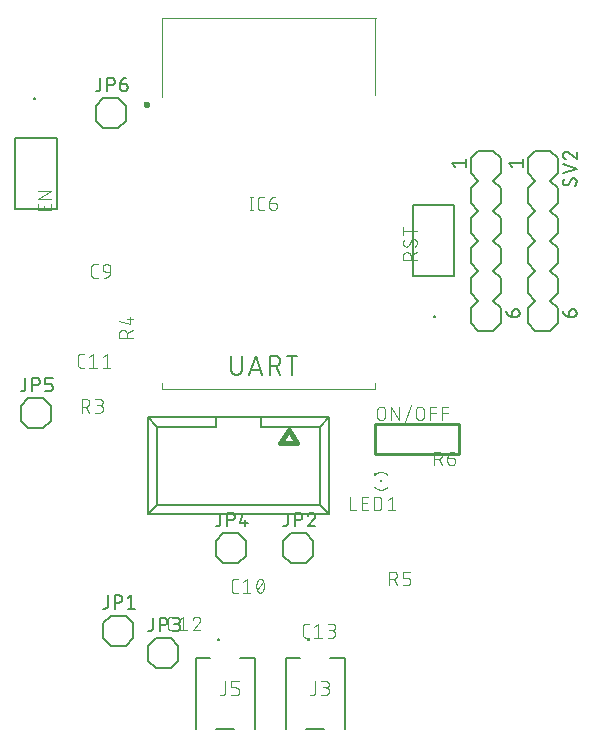
<source format=gbr>
G04 EAGLE Gerber RS-274X export*
G75*
%MOMM*%
%FSLAX34Y34*%
%LPD*%
%INSilkscreen Top*%
%IPPOS*%
%AMOC8*
5,1,8,0,0,1.08239X$1,22.5*%
G01*
%ADD10C,0.101600*%
%ADD11C,0.200000*%
%ADD12C,0.100000*%
%ADD13C,0.400000*%
%ADD14C,0.400000*%
%ADD15R,0.200000X0.200000*%
%ADD16R,0.150000X0.250000*%
%ADD17C,0.254000*%
%ADD18C,0.152400*%
%ADD19C,0.127000*%
%ADD20C,0.203200*%
%ADD21C,0.406400*%


D10*
X221601Y133858D02*
X219004Y133858D01*
X218905Y133860D01*
X218805Y133866D01*
X218706Y133875D01*
X218608Y133888D01*
X218510Y133905D01*
X218412Y133926D01*
X218316Y133951D01*
X218221Y133979D01*
X218127Y134011D01*
X218034Y134046D01*
X217942Y134085D01*
X217852Y134128D01*
X217764Y134173D01*
X217677Y134223D01*
X217593Y134275D01*
X217510Y134331D01*
X217430Y134389D01*
X217352Y134451D01*
X217277Y134516D01*
X217204Y134584D01*
X217134Y134654D01*
X217066Y134727D01*
X217001Y134802D01*
X216939Y134880D01*
X216881Y134960D01*
X216825Y135043D01*
X216773Y135127D01*
X216723Y135214D01*
X216678Y135302D01*
X216635Y135392D01*
X216596Y135484D01*
X216561Y135577D01*
X216529Y135671D01*
X216501Y135766D01*
X216476Y135862D01*
X216455Y135960D01*
X216438Y136058D01*
X216425Y136156D01*
X216416Y136255D01*
X216410Y136355D01*
X216408Y136454D01*
X216408Y142946D01*
X216410Y143045D01*
X216416Y143145D01*
X216425Y143244D01*
X216438Y143342D01*
X216455Y143440D01*
X216476Y143538D01*
X216501Y143634D01*
X216529Y143729D01*
X216561Y143823D01*
X216596Y143916D01*
X216635Y144008D01*
X216678Y144098D01*
X216723Y144186D01*
X216773Y144273D01*
X216825Y144357D01*
X216881Y144440D01*
X216939Y144520D01*
X217001Y144598D01*
X217066Y144673D01*
X217134Y144746D01*
X217204Y144816D01*
X217277Y144884D01*
X217352Y144949D01*
X217430Y145011D01*
X217510Y145069D01*
X217593Y145125D01*
X217677Y145177D01*
X217764Y145227D01*
X217852Y145272D01*
X217942Y145315D01*
X218034Y145354D01*
X218126Y145389D01*
X218221Y145421D01*
X218316Y145449D01*
X218412Y145474D01*
X218510Y145495D01*
X218608Y145512D01*
X218706Y145525D01*
X218805Y145534D01*
X218905Y145540D01*
X219004Y145542D01*
X221601Y145542D01*
X225966Y142946D02*
X229212Y145542D01*
X229212Y133858D01*
X232457Y133858D02*
X225966Y133858D01*
X237397Y139700D02*
X237400Y139930D01*
X237408Y140160D01*
X237422Y140389D01*
X237441Y140618D01*
X237466Y140847D01*
X237496Y141074D01*
X237531Y141302D01*
X237572Y141528D01*
X237618Y141753D01*
X237670Y141977D01*
X237727Y142199D01*
X237789Y142421D01*
X237857Y142640D01*
X237930Y142858D01*
X238008Y143075D01*
X238091Y143289D01*
X238179Y143501D01*
X238272Y143711D01*
X238371Y143919D01*
X238370Y143919D02*
X238403Y144009D01*
X238439Y144098D01*
X238479Y144186D01*
X238523Y144271D01*
X238570Y144355D01*
X238620Y144437D01*
X238674Y144517D01*
X238730Y144594D01*
X238790Y144670D01*
X238853Y144743D01*
X238918Y144813D01*
X238987Y144881D01*
X239058Y144945D01*
X239131Y145007D01*
X239207Y145066D01*
X239285Y145122D01*
X239366Y145175D01*
X239448Y145224D01*
X239532Y145270D01*
X239619Y145313D01*
X239706Y145352D01*
X239796Y145388D01*
X239886Y145420D01*
X239978Y145448D01*
X240071Y145473D01*
X240165Y145494D01*
X240259Y145511D01*
X240354Y145525D01*
X240450Y145534D01*
X240546Y145540D01*
X240642Y145542D01*
X240738Y145540D01*
X240834Y145534D01*
X240930Y145525D01*
X241025Y145511D01*
X241119Y145494D01*
X241213Y145473D01*
X241306Y145448D01*
X241398Y145420D01*
X241488Y145388D01*
X241578Y145352D01*
X241665Y145313D01*
X241752Y145270D01*
X241836Y145224D01*
X241918Y145175D01*
X241999Y145122D01*
X242077Y145066D01*
X242153Y145007D01*
X242226Y144945D01*
X242297Y144881D01*
X242366Y144813D01*
X242431Y144743D01*
X242494Y144670D01*
X242554Y144594D01*
X242610Y144517D01*
X242664Y144437D01*
X242714Y144355D01*
X242761Y144271D01*
X242805Y144186D01*
X242845Y144098D01*
X242881Y144009D01*
X242914Y143919D01*
X243013Y143712D01*
X243106Y143502D01*
X243194Y143289D01*
X243277Y143075D01*
X243355Y142859D01*
X243428Y142641D01*
X243496Y142421D01*
X243558Y142200D01*
X243615Y141977D01*
X243667Y141753D01*
X243713Y141528D01*
X243754Y141302D01*
X243789Y141075D01*
X243819Y140847D01*
X243844Y140618D01*
X243863Y140389D01*
X243877Y140160D01*
X243885Y139930D01*
X243888Y139700D01*
X237396Y139700D02*
X237399Y139470D01*
X237407Y139240D01*
X237421Y139011D01*
X237440Y138782D01*
X237465Y138553D01*
X237495Y138325D01*
X237530Y138098D01*
X237571Y137872D01*
X237617Y137647D01*
X237669Y137423D01*
X237726Y137200D01*
X237788Y136979D01*
X237856Y136759D01*
X237929Y136541D01*
X238007Y136325D01*
X238090Y136111D01*
X238178Y135899D01*
X238271Y135688D01*
X238370Y135481D01*
X238403Y135391D01*
X238439Y135302D01*
X238480Y135214D01*
X238523Y135129D01*
X238570Y135045D01*
X238620Y134963D01*
X238674Y134883D01*
X238730Y134806D01*
X238790Y134730D01*
X238853Y134657D01*
X238918Y134587D01*
X238987Y134519D01*
X239058Y134455D01*
X239131Y134393D01*
X239207Y134334D01*
X239285Y134278D01*
X239366Y134225D01*
X239448Y134176D01*
X239532Y134130D01*
X239619Y134087D01*
X239706Y134048D01*
X239796Y134012D01*
X239886Y133980D01*
X239978Y133952D01*
X240071Y133927D01*
X240165Y133906D01*
X240259Y133889D01*
X240354Y133875D01*
X240450Y133866D01*
X240546Y133860D01*
X240642Y133858D01*
X242914Y135481D02*
X243013Y135688D01*
X243106Y135899D01*
X243194Y136111D01*
X243277Y136325D01*
X243355Y136541D01*
X243428Y136759D01*
X243496Y136979D01*
X243558Y137200D01*
X243615Y137423D01*
X243667Y137647D01*
X243713Y137872D01*
X243754Y138098D01*
X243789Y138325D01*
X243819Y138553D01*
X243844Y138782D01*
X243863Y139011D01*
X243877Y139240D01*
X243885Y139470D01*
X243888Y139700D01*
X242914Y135481D02*
X242881Y135391D01*
X242845Y135302D01*
X242805Y135214D01*
X242761Y135129D01*
X242714Y135045D01*
X242664Y134963D01*
X242610Y134883D01*
X242554Y134806D01*
X242494Y134730D01*
X242431Y134657D01*
X242366Y134587D01*
X242297Y134519D01*
X242226Y134455D01*
X242153Y134393D01*
X242077Y134334D01*
X241999Y134278D01*
X241918Y134225D01*
X241836Y134176D01*
X241752Y134130D01*
X241665Y134087D01*
X241578Y134048D01*
X241488Y134012D01*
X241398Y133980D01*
X241306Y133952D01*
X241213Y133927D01*
X241119Y133906D01*
X241025Y133889D01*
X240930Y133875D01*
X240834Y133866D01*
X240738Y133860D01*
X240642Y133858D01*
X238045Y136454D02*
X243238Y142946D01*
X91506Y324358D02*
X88909Y324358D01*
X88810Y324360D01*
X88710Y324366D01*
X88611Y324375D01*
X88513Y324388D01*
X88415Y324405D01*
X88317Y324426D01*
X88221Y324451D01*
X88126Y324479D01*
X88032Y324511D01*
X87939Y324546D01*
X87847Y324585D01*
X87757Y324628D01*
X87669Y324673D01*
X87582Y324723D01*
X87498Y324775D01*
X87415Y324831D01*
X87335Y324889D01*
X87257Y324951D01*
X87182Y325016D01*
X87109Y325084D01*
X87039Y325154D01*
X86971Y325227D01*
X86906Y325302D01*
X86844Y325380D01*
X86786Y325460D01*
X86730Y325543D01*
X86678Y325627D01*
X86628Y325714D01*
X86583Y325802D01*
X86540Y325892D01*
X86501Y325984D01*
X86466Y326077D01*
X86434Y326171D01*
X86406Y326266D01*
X86381Y326362D01*
X86360Y326460D01*
X86343Y326558D01*
X86330Y326656D01*
X86321Y326755D01*
X86315Y326855D01*
X86313Y326954D01*
X86313Y333446D01*
X86315Y333545D01*
X86321Y333645D01*
X86330Y333744D01*
X86343Y333842D01*
X86360Y333940D01*
X86381Y334038D01*
X86406Y334134D01*
X86434Y334229D01*
X86466Y334323D01*
X86501Y334416D01*
X86540Y334508D01*
X86583Y334598D01*
X86628Y334686D01*
X86678Y334773D01*
X86730Y334857D01*
X86786Y334940D01*
X86844Y335020D01*
X86906Y335098D01*
X86971Y335173D01*
X87039Y335246D01*
X87109Y335316D01*
X87182Y335384D01*
X87257Y335449D01*
X87335Y335511D01*
X87415Y335569D01*
X87498Y335625D01*
X87582Y335677D01*
X87669Y335727D01*
X87757Y335772D01*
X87847Y335815D01*
X87939Y335854D01*
X88031Y335889D01*
X88126Y335921D01*
X88221Y335949D01*
X88317Y335974D01*
X88415Y335995D01*
X88513Y336012D01*
X88611Y336025D01*
X88710Y336034D01*
X88810Y336040D01*
X88909Y336042D01*
X91506Y336042D01*
X95871Y333446D02*
X99116Y336042D01*
X99116Y324358D01*
X95871Y324358D02*
X102362Y324358D01*
X107301Y333446D02*
X110546Y336042D01*
X110546Y324358D01*
X107301Y324358D02*
X113792Y324358D01*
X165109Y102108D02*
X167706Y102108D01*
X165109Y102108D02*
X165010Y102110D01*
X164910Y102116D01*
X164811Y102125D01*
X164713Y102138D01*
X164615Y102155D01*
X164517Y102176D01*
X164421Y102201D01*
X164326Y102229D01*
X164232Y102261D01*
X164139Y102296D01*
X164047Y102335D01*
X163957Y102378D01*
X163869Y102423D01*
X163782Y102473D01*
X163698Y102525D01*
X163615Y102581D01*
X163535Y102639D01*
X163457Y102701D01*
X163382Y102766D01*
X163309Y102834D01*
X163239Y102904D01*
X163171Y102977D01*
X163106Y103052D01*
X163044Y103130D01*
X162986Y103210D01*
X162930Y103293D01*
X162878Y103377D01*
X162828Y103464D01*
X162783Y103552D01*
X162740Y103642D01*
X162701Y103734D01*
X162666Y103827D01*
X162634Y103921D01*
X162606Y104016D01*
X162581Y104112D01*
X162560Y104210D01*
X162543Y104308D01*
X162530Y104406D01*
X162521Y104505D01*
X162515Y104605D01*
X162513Y104704D01*
X162513Y111196D01*
X162515Y111295D01*
X162521Y111395D01*
X162530Y111494D01*
X162543Y111592D01*
X162560Y111690D01*
X162581Y111788D01*
X162606Y111884D01*
X162634Y111979D01*
X162666Y112073D01*
X162701Y112166D01*
X162740Y112258D01*
X162783Y112348D01*
X162828Y112436D01*
X162878Y112523D01*
X162930Y112607D01*
X162986Y112690D01*
X163044Y112770D01*
X163106Y112848D01*
X163171Y112923D01*
X163239Y112996D01*
X163309Y113066D01*
X163382Y113134D01*
X163457Y113199D01*
X163535Y113261D01*
X163615Y113319D01*
X163698Y113375D01*
X163782Y113427D01*
X163869Y113477D01*
X163957Y113522D01*
X164047Y113565D01*
X164139Y113604D01*
X164231Y113639D01*
X164326Y113671D01*
X164421Y113699D01*
X164517Y113724D01*
X164615Y113745D01*
X164713Y113762D01*
X164811Y113775D01*
X164910Y113784D01*
X165010Y113790D01*
X165109Y113792D01*
X167706Y113792D01*
X172071Y111196D02*
X175316Y113792D01*
X175316Y102108D01*
X172071Y102108D02*
X178562Y102108D01*
X189992Y110871D02*
X189990Y110978D01*
X189984Y111084D01*
X189974Y111190D01*
X189961Y111296D01*
X189943Y111402D01*
X189922Y111506D01*
X189897Y111610D01*
X189868Y111713D01*
X189836Y111814D01*
X189799Y111914D01*
X189759Y112013D01*
X189716Y112111D01*
X189669Y112207D01*
X189618Y112301D01*
X189564Y112393D01*
X189507Y112483D01*
X189447Y112571D01*
X189383Y112656D01*
X189316Y112739D01*
X189246Y112820D01*
X189174Y112898D01*
X189098Y112974D01*
X189020Y113046D01*
X188939Y113116D01*
X188856Y113183D01*
X188771Y113247D01*
X188683Y113307D01*
X188593Y113364D01*
X188501Y113418D01*
X188407Y113469D01*
X188311Y113516D01*
X188213Y113559D01*
X188114Y113599D01*
X188014Y113636D01*
X187913Y113668D01*
X187810Y113697D01*
X187706Y113722D01*
X187602Y113743D01*
X187496Y113761D01*
X187390Y113774D01*
X187284Y113784D01*
X187178Y113790D01*
X187071Y113792D01*
X186950Y113790D01*
X186829Y113784D01*
X186709Y113774D01*
X186588Y113761D01*
X186469Y113743D01*
X186349Y113722D01*
X186231Y113697D01*
X186114Y113668D01*
X185997Y113635D01*
X185882Y113599D01*
X185768Y113558D01*
X185655Y113515D01*
X185543Y113467D01*
X185434Y113416D01*
X185326Y113361D01*
X185219Y113303D01*
X185115Y113242D01*
X185013Y113177D01*
X184913Y113109D01*
X184815Y113038D01*
X184719Y112964D01*
X184626Y112887D01*
X184536Y112806D01*
X184448Y112723D01*
X184363Y112637D01*
X184280Y112548D01*
X184201Y112457D01*
X184124Y112363D01*
X184051Y112267D01*
X183981Y112169D01*
X183914Y112068D01*
X183850Y111965D01*
X183790Y111860D01*
X183733Y111753D01*
X183679Y111645D01*
X183629Y111535D01*
X183583Y111423D01*
X183540Y111310D01*
X183501Y111195D01*
X189019Y108599D02*
X189098Y108676D01*
X189174Y108757D01*
X189247Y108840D01*
X189317Y108925D01*
X189384Y109013D01*
X189448Y109103D01*
X189508Y109195D01*
X189565Y109290D01*
X189619Y109386D01*
X189670Y109484D01*
X189717Y109584D01*
X189761Y109686D01*
X189801Y109789D01*
X189837Y109893D01*
X189869Y109999D01*
X189898Y110105D01*
X189923Y110213D01*
X189945Y110321D01*
X189962Y110431D01*
X189976Y110540D01*
X189985Y110650D01*
X189991Y110761D01*
X189993Y110871D01*
X189018Y108599D02*
X183501Y102108D01*
X189992Y102108D01*
X279409Y95758D02*
X282006Y95758D01*
X279409Y95758D02*
X279310Y95760D01*
X279210Y95766D01*
X279111Y95775D01*
X279013Y95788D01*
X278915Y95805D01*
X278817Y95826D01*
X278721Y95851D01*
X278626Y95879D01*
X278532Y95911D01*
X278439Y95946D01*
X278347Y95985D01*
X278257Y96028D01*
X278169Y96073D01*
X278082Y96123D01*
X277998Y96175D01*
X277915Y96231D01*
X277835Y96289D01*
X277757Y96351D01*
X277682Y96416D01*
X277609Y96484D01*
X277539Y96554D01*
X277471Y96627D01*
X277406Y96702D01*
X277344Y96780D01*
X277286Y96860D01*
X277230Y96943D01*
X277178Y97027D01*
X277128Y97114D01*
X277083Y97202D01*
X277040Y97292D01*
X277001Y97384D01*
X276966Y97477D01*
X276934Y97571D01*
X276906Y97666D01*
X276881Y97762D01*
X276860Y97860D01*
X276843Y97958D01*
X276830Y98056D01*
X276821Y98155D01*
X276815Y98255D01*
X276813Y98354D01*
X276813Y104846D01*
X276815Y104945D01*
X276821Y105045D01*
X276830Y105144D01*
X276843Y105242D01*
X276860Y105340D01*
X276881Y105438D01*
X276906Y105534D01*
X276934Y105629D01*
X276966Y105723D01*
X277001Y105816D01*
X277040Y105908D01*
X277083Y105998D01*
X277128Y106086D01*
X277178Y106173D01*
X277230Y106257D01*
X277286Y106340D01*
X277344Y106420D01*
X277406Y106498D01*
X277471Y106573D01*
X277539Y106646D01*
X277609Y106716D01*
X277682Y106784D01*
X277757Y106849D01*
X277835Y106911D01*
X277915Y106969D01*
X277998Y107025D01*
X278082Y107077D01*
X278169Y107127D01*
X278257Y107172D01*
X278347Y107215D01*
X278439Y107254D01*
X278531Y107289D01*
X278626Y107321D01*
X278721Y107349D01*
X278817Y107374D01*
X278915Y107395D01*
X279013Y107412D01*
X279111Y107425D01*
X279210Y107434D01*
X279310Y107440D01*
X279409Y107442D01*
X282006Y107442D01*
X286371Y104846D02*
X289616Y107442D01*
X289616Y95758D01*
X286371Y95758D02*
X292862Y95758D01*
X297801Y95758D02*
X301046Y95758D01*
X301159Y95760D01*
X301272Y95766D01*
X301385Y95776D01*
X301498Y95790D01*
X301610Y95807D01*
X301721Y95829D01*
X301831Y95854D01*
X301941Y95884D01*
X302049Y95917D01*
X302156Y95954D01*
X302262Y95994D01*
X302366Y96039D01*
X302469Y96087D01*
X302570Y96138D01*
X302669Y96193D01*
X302766Y96251D01*
X302861Y96313D01*
X302954Y96378D01*
X303044Y96446D01*
X303132Y96517D01*
X303218Y96592D01*
X303301Y96669D01*
X303381Y96749D01*
X303458Y96832D01*
X303533Y96918D01*
X303604Y97006D01*
X303672Y97096D01*
X303737Y97189D01*
X303799Y97284D01*
X303857Y97381D01*
X303912Y97480D01*
X303963Y97581D01*
X304011Y97684D01*
X304056Y97788D01*
X304096Y97894D01*
X304133Y98001D01*
X304166Y98109D01*
X304196Y98219D01*
X304221Y98329D01*
X304243Y98440D01*
X304260Y98552D01*
X304274Y98665D01*
X304284Y98778D01*
X304290Y98891D01*
X304292Y99004D01*
X304290Y99117D01*
X304284Y99230D01*
X304274Y99343D01*
X304260Y99456D01*
X304243Y99568D01*
X304221Y99679D01*
X304196Y99789D01*
X304166Y99899D01*
X304133Y100007D01*
X304096Y100114D01*
X304056Y100220D01*
X304011Y100324D01*
X303963Y100427D01*
X303912Y100528D01*
X303857Y100627D01*
X303799Y100724D01*
X303737Y100819D01*
X303672Y100912D01*
X303604Y101002D01*
X303533Y101090D01*
X303458Y101176D01*
X303381Y101259D01*
X303301Y101339D01*
X303218Y101416D01*
X303132Y101491D01*
X303044Y101562D01*
X302954Y101630D01*
X302861Y101695D01*
X302766Y101757D01*
X302669Y101815D01*
X302570Y101870D01*
X302469Y101921D01*
X302366Y101969D01*
X302262Y102014D01*
X302156Y102054D01*
X302049Y102091D01*
X301941Y102124D01*
X301831Y102154D01*
X301721Y102179D01*
X301610Y102201D01*
X301498Y102218D01*
X301385Y102232D01*
X301272Y102242D01*
X301159Y102248D01*
X301046Y102250D01*
X301696Y107442D02*
X297801Y107442D01*
X301696Y107442D02*
X301797Y107440D01*
X301897Y107434D01*
X301997Y107424D01*
X302097Y107411D01*
X302196Y107393D01*
X302295Y107372D01*
X302392Y107347D01*
X302489Y107318D01*
X302584Y107285D01*
X302678Y107249D01*
X302770Y107209D01*
X302861Y107166D01*
X302950Y107119D01*
X303037Y107069D01*
X303123Y107015D01*
X303206Y106958D01*
X303286Y106898D01*
X303365Y106835D01*
X303441Y106768D01*
X303514Y106699D01*
X303584Y106627D01*
X303652Y106553D01*
X303717Y106476D01*
X303778Y106396D01*
X303837Y106314D01*
X303892Y106230D01*
X303944Y106144D01*
X303993Y106056D01*
X304038Y105966D01*
X304080Y105874D01*
X304118Y105781D01*
X304152Y105686D01*
X304183Y105591D01*
X304210Y105494D01*
X304233Y105396D01*
X304253Y105297D01*
X304268Y105197D01*
X304280Y105097D01*
X304288Y104997D01*
X304292Y104896D01*
X304292Y104796D01*
X304288Y104695D01*
X304280Y104595D01*
X304268Y104495D01*
X304253Y104395D01*
X304233Y104296D01*
X304210Y104198D01*
X304183Y104101D01*
X304152Y104006D01*
X304118Y103911D01*
X304080Y103818D01*
X304038Y103726D01*
X303993Y103636D01*
X303944Y103548D01*
X303892Y103462D01*
X303837Y103378D01*
X303778Y103296D01*
X303717Y103216D01*
X303652Y103139D01*
X303584Y103065D01*
X303514Y102993D01*
X303441Y102924D01*
X303365Y102857D01*
X303286Y102794D01*
X303206Y102734D01*
X303123Y102677D01*
X303037Y102623D01*
X302950Y102573D01*
X302861Y102526D01*
X302770Y102483D01*
X302678Y102443D01*
X302584Y102407D01*
X302489Y102374D01*
X302392Y102345D01*
X302295Y102320D01*
X302196Y102299D01*
X302097Y102281D01*
X301997Y102268D01*
X301897Y102258D01*
X301797Y102252D01*
X301696Y102250D01*
X301696Y102249D02*
X299099Y102249D01*
X102936Y400558D02*
X100339Y400558D01*
X100240Y400560D01*
X100140Y400566D01*
X100041Y400575D01*
X99943Y400588D01*
X99845Y400605D01*
X99747Y400626D01*
X99651Y400651D01*
X99556Y400679D01*
X99462Y400711D01*
X99369Y400746D01*
X99277Y400785D01*
X99187Y400828D01*
X99099Y400873D01*
X99012Y400923D01*
X98928Y400975D01*
X98845Y401031D01*
X98765Y401089D01*
X98687Y401151D01*
X98612Y401216D01*
X98539Y401284D01*
X98469Y401354D01*
X98401Y401427D01*
X98336Y401502D01*
X98274Y401580D01*
X98216Y401660D01*
X98160Y401743D01*
X98108Y401827D01*
X98058Y401914D01*
X98013Y402002D01*
X97970Y402092D01*
X97931Y402184D01*
X97896Y402277D01*
X97864Y402371D01*
X97836Y402466D01*
X97811Y402562D01*
X97790Y402660D01*
X97773Y402758D01*
X97760Y402856D01*
X97751Y402955D01*
X97745Y403055D01*
X97743Y403154D01*
X97743Y409646D01*
X97745Y409745D01*
X97751Y409845D01*
X97760Y409944D01*
X97773Y410042D01*
X97790Y410140D01*
X97811Y410238D01*
X97836Y410334D01*
X97864Y410429D01*
X97896Y410523D01*
X97931Y410616D01*
X97970Y410708D01*
X98013Y410798D01*
X98058Y410886D01*
X98108Y410973D01*
X98160Y411057D01*
X98216Y411140D01*
X98274Y411220D01*
X98336Y411298D01*
X98401Y411373D01*
X98469Y411446D01*
X98539Y411516D01*
X98612Y411584D01*
X98687Y411649D01*
X98765Y411711D01*
X98845Y411769D01*
X98928Y411825D01*
X99012Y411877D01*
X99099Y411927D01*
X99187Y411972D01*
X99277Y412015D01*
X99369Y412054D01*
X99461Y412089D01*
X99556Y412121D01*
X99651Y412149D01*
X99747Y412174D01*
X99845Y412195D01*
X99943Y412212D01*
X100041Y412225D01*
X100140Y412234D01*
X100240Y412240D01*
X100339Y412242D01*
X102936Y412242D01*
X109897Y405751D02*
X113792Y405751D01*
X109897Y405751D02*
X109798Y405753D01*
X109698Y405759D01*
X109599Y405768D01*
X109501Y405781D01*
X109403Y405798D01*
X109305Y405819D01*
X109209Y405844D01*
X109114Y405872D01*
X109020Y405904D01*
X108927Y405939D01*
X108835Y405978D01*
X108745Y406021D01*
X108657Y406066D01*
X108570Y406116D01*
X108486Y406168D01*
X108403Y406224D01*
X108323Y406282D01*
X108245Y406344D01*
X108170Y406409D01*
X108097Y406477D01*
X108027Y406547D01*
X107959Y406620D01*
X107894Y406695D01*
X107832Y406773D01*
X107774Y406853D01*
X107718Y406936D01*
X107666Y407020D01*
X107616Y407107D01*
X107571Y407195D01*
X107528Y407285D01*
X107489Y407377D01*
X107454Y407470D01*
X107422Y407564D01*
X107394Y407659D01*
X107369Y407755D01*
X107348Y407853D01*
X107331Y407951D01*
X107318Y408049D01*
X107309Y408148D01*
X107303Y408248D01*
X107301Y408347D01*
X107301Y408996D01*
X107300Y408996D02*
X107302Y409109D01*
X107308Y409222D01*
X107318Y409335D01*
X107332Y409448D01*
X107349Y409560D01*
X107371Y409671D01*
X107396Y409781D01*
X107426Y409891D01*
X107459Y409999D01*
X107496Y410106D01*
X107536Y410212D01*
X107581Y410316D01*
X107629Y410419D01*
X107680Y410520D01*
X107735Y410619D01*
X107793Y410716D01*
X107855Y410811D01*
X107920Y410904D01*
X107988Y410994D01*
X108059Y411082D01*
X108134Y411168D01*
X108211Y411251D01*
X108291Y411331D01*
X108374Y411408D01*
X108460Y411483D01*
X108548Y411554D01*
X108638Y411622D01*
X108731Y411687D01*
X108826Y411749D01*
X108923Y411807D01*
X109022Y411862D01*
X109123Y411913D01*
X109226Y411961D01*
X109330Y412006D01*
X109436Y412046D01*
X109543Y412083D01*
X109651Y412116D01*
X109761Y412146D01*
X109871Y412171D01*
X109982Y412193D01*
X110094Y412210D01*
X110207Y412224D01*
X110320Y412234D01*
X110433Y412240D01*
X110546Y412242D01*
X110659Y412240D01*
X110772Y412234D01*
X110885Y412224D01*
X110998Y412210D01*
X111110Y412193D01*
X111221Y412171D01*
X111331Y412146D01*
X111441Y412116D01*
X111549Y412083D01*
X111656Y412046D01*
X111762Y412006D01*
X111866Y411961D01*
X111969Y411913D01*
X112070Y411862D01*
X112169Y411807D01*
X112266Y411749D01*
X112361Y411687D01*
X112454Y411622D01*
X112544Y411554D01*
X112632Y411483D01*
X112718Y411408D01*
X112801Y411331D01*
X112881Y411251D01*
X112958Y411168D01*
X113033Y411082D01*
X113104Y410994D01*
X113172Y410904D01*
X113237Y410811D01*
X113299Y410716D01*
X113357Y410619D01*
X113412Y410520D01*
X113463Y410419D01*
X113511Y410316D01*
X113556Y410212D01*
X113596Y410106D01*
X113633Y409999D01*
X113666Y409891D01*
X113696Y409781D01*
X113721Y409671D01*
X113743Y409560D01*
X113760Y409448D01*
X113774Y409335D01*
X113784Y409222D01*
X113790Y409109D01*
X113792Y408996D01*
X113792Y405751D01*
X113790Y405608D01*
X113784Y405465D01*
X113774Y405322D01*
X113760Y405180D01*
X113743Y405038D01*
X113721Y404896D01*
X113696Y404755D01*
X113666Y404615D01*
X113633Y404476D01*
X113596Y404338D01*
X113555Y404201D01*
X113511Y404065D01*
X113462Y403930D01*
X113410Y403797D01*
X113355Y403665D01*
X113295Y403535D01*
X113232Y403406D01*
X113166Y403279D01*
X113096Y403154D01*
X113023Y403032D01*
X112946Y402911D01*
X112866Y402792D01*
X112783Y402676D01*
X112697Y402561D01*
X112608Y402450D01*
X112515Y402340D01*
X112420Y402234D01*
X112321Y402130D01*
X112220Y402029D01*
X112116Y401930D01*
X112010Y401835D01*
X111900Y401742D01*
X111789Y401653D01*
X111674Y401567D01*
X111558Y401484D01*
X111439Y401404D01*
X111318Y401327D01*
X111195Y401254D01*
X111071Y401184D01*
X110944Y401118D01*
X110815Y401055D01*
X110685Y400995D01*
X110553Y400940D01*
X110420Y400888D01*
X110285Y400839D01*
X110149Y400795D01*
X110012Y400754D01*
X109874Y400717D01*
X109735Y400684D01*
X109595Y400654D01*
X109454Y400629D01*
X109312Y400607D01*
X109170Y400590D01*
X109028Y400576D01*
X108885Y400566D01*
X108742Y400560D01*
X108599Y400558D01*
D11*
X68300Y458950D02*
X68300Y518950D01*
X68300Y458950D02*
X33300Y458950D01*
X33300Y518950D01*
X68300Y518950D01*
X49268Y552690D02*
X49270Y552733D01*
X49276Y552775D01*
X49286Y552816D01*
X49299Y552857D01*
X49316Y552896D01*
X49337Y552933D01*
X49361Y552968D01*
X49389Y553001D01*
X49419Y553031D01*
X49452Y553059D01*
X49487Y553083D01*
X49524Y553104D01*
X49563Y553121D01*
X49604Y553134D01*
X49645Y553144D01*
X49687Y553150D01*
X49730Y553152D01*
X49773Y553150D01*
X49815Y553144D01*
X49856Y553134D01*
X49897Y553121D01*
X49936Y553104D01*
X49973Y553083D01*
X50008Y553059D01*
X50041Y553031D01*
X50071Y553001D01*
X50099Y552968D01*
X50123Y552933D01*
X50144Y552896D01*
X50161Y552857D01*
X50174Y552816D01*
X50184Y552775D01*
X50190Y552733D01*
X50192Y552690D01*
X50190Y552647D01*
X50184Y552605D01*
X50174Y552564D01*
X50161Y552523D01*
X50144Y552484D01*
X50123Y552447D01*
X50099Y552412D01*
X50071Y552379D01*
X50041Y552349D01*
X50008Y552321D01*
X49973Y552297D01*
X49936Y552276D01*
X49897Y552259D01*
X49856Y552246D01*
X49815Y552236D01*
X49773Y552230D01*
X49730Y552228D01*
X49687Y552230D01*
X49645Y552236D01*
X49604Y552246D01*
X49563Y552259D01*
X49524Y552276D01*
X49487Y552297D01*
X49452Y552321D01*
X49419Y552349D01*
X49389Y552379D01*
X49361Y552412D01*
X49337Y552447D01*
X49316Y552484D01*
X49299Y552523D01*
X49286Y552564D01*
X49276Y552605D01*
X49270Y552647D01*
X49268Y552690D01*
D10*
X63842Y462776D02*
X63842Y457583D01*
X52158Y457583D01*
X52158Y462776D01*
X57351Y461477D02*
X57351Y457583D01*
X52158Y467466D02*
X63842Y467466D01*
X63842Y473957D02*
X52158Y467466D01*
X52158Y473957D02*
X63842Y473957D01*
D12*
X157800Y553550D02*
X157800Y620550D01*
X338800Y620550D01*
X337800Y620550D02*
X337800Y555550D01*
X337800Y311550D02*
X337800Y306550D01*
X157800Y306550D01*
X157800Y311550D01*
D13*
X144800Y547550D03*
D14*
X144798Y547506D01*
X144792Y547463D01*
X144783Y547421D01*
X144770Y547379D01*
X144753Y547339D01*
X144733Y547300D01*
X144710Y547263D01*
X144683Y547229D01*
X144654Y547196D01*
X144621Y547167D01*
X144587Y547140D01*
X144550Y547117D01*
X144511Y547097D01*
X144471Y547080D01*
X144429Y547067D01*
X144387Y547058D01*
X144344Y547052D01*
X144300Y547050D01*
X144256Y547052D01*
X144213Y547058D01*
X144171Y547067D01*
X144129Y547080D01*
X144089Y547097D01*
X144050Y547117D01*
X144013Y547140D01*
X143979Y547167D01*
X143946Y547196D01*
X143917Y547229D01*
X143890Y547263D01*
X143867Y547300D01*
X143847Y547339D01*
X143830Y547379D01*
X143817Y547421D01*
X143808Y547463D01*
X143802Y547506D01*
X143800Y547550D01*
D13*
X143800Y547550D03*
D14*
X143802Y547594D01*
X143808Y547637D01*
X143817Y547679D01*
X143830Y547721D01*
X143847Y547761D01*
X143867Y547800D01*
X143890Y547837D01*
X143917Y547871D01*
X143946Y547904D01*
X143979Y547933D01*
X144013Y547960D01*
X144050Y547983D01*
X144089Y548003D01*
X144129Y548020D01*
X144171Y548033D01*
X144213Y548042D01*
X144256Y548048D01*
X144300Y548050D01*
X144344Y548048D01*
X144387Y548042D01*
X144429Y548033D01*
X144471Y548020D01*
X144511Y548003D01*
X144550Y547983D01*
X144587Y547960D01*
X144621Y547933D01*
X144654Y547904D01*
X144683Y547871D01*
X144710Y547837D01*
X144733Y547800D01*
X144753Y547761D01*
X144770Y547721D01*
X144783Y547679D01*
X144792Y547637D01*
X144798Y547594D01*
X144800Y547550D01*
D10*
X232992Y469392D02*
X232992Y457708D01*
X231694Y457708D02*
X234290Y457708D01*
X234290Y469392D02*
X231694Y469392D01*
X241454Y457708D02*
X244050Y457708D01*
X241454Y457708D02*
X241355Y457710D01*
X241255Y457716D01*
X241156Y457725D01*
X241058Y457738D01*
X240960Y457755D01*
X240862Y457776D01*
X240766Y457801D01*
X240671Y457829D01*
X240577Y457861D01*
X240484Y457896D01*
X240392Y457935D01*
X240302Y457978D01*
X240214Y458023D01*
X240127Y458073D01*
X240043Y458125D01*
X239960Y458181D01*
X239880Y458239D01*
X239802Y458301D01*
X239727Y458366D01*
X239654Y458434D01*
X239584Y458504D01*
X239516Y458577D01*
X239451Y458652D01*
X239389Y458730D01*
X239331Y458810D01*
X239275Y458893D01*
X239223Y458977D01*
X239173Y459064D01*
X239128Y459152D01*
X239085Y459242D01*
X239046Y459334D01*
X239011Y459427D01*
X238979Y459521D01*
X238951Y459616D01*
X238926Y459712D01*
X238905Y459810D01*
X238888Y459908D01*
X238875Y460006D01*
X238866Y460105D01*
X238860Y460205D01*
X238858Y460304D01*
X238857Y460304D02*
X238857Y466796D01*
X238858Y466796D02*
X238860Y466895D01*
X238866Y466995D01*
X238875Y467094D01*
X238888Y467192D01*
X238905Y467290D01*
X238926Y467388D01*
X238951Y467484D01*
X238979Y467579D01*
X239011Y467673D01*
X239046Y467766D01*
X239085Y467858D01*
X239128Y467948D01*
X239173Y468036D01*
X239223Y468123D01*
X239275Y468207D01*
X239331Y468290D01*
X239389Y468370D01*
X239451Y468448D01*
X239516Y468523D01*
X239584Y468596D01*
X239654Y468666D01*
X239727Y468734D01*
X239802Y468799D01*
X239880Y468861D01*
X239960Y468919D01*
X240043Y468975D01*
X240127Y469027D01*
X240214Y469077D01*
X240302Y469122D01*
X240392Y469165D01*
X240484Y469204D01*
X240576Y469239D01*
X240671Y469271D01*
X240766Y469299D01*
X240862Y469324D01*
X240960Y469345D01*
X241058Y469362D01*
X241156Y469375D01*
X241255Y469384D01*
X241355Y469390D01*
X241454Y469392D01*
X244050Y469392D01*
X248415Y464199D02*
X252310Y464199D01*
X252409Y464197D01*
X252509Y464191D01*
X252608Y464182D01*
X252706Y464169D01*
X252804Y464152D01*
X252902Y464131D01*
X252998Y464106D01*
X253093Y464078D01*
X253187Y464046D01*
X253280Y464011D01*
X253372Y463972D01*
X253462Y463929D01*
X253550Y463884D01*
X253637Y463834D01*
X253721Y463782D01*
X253804Y463726D01*
X253884Y463668D01*
X253962Y463606D01*
X254037Y463541D01*
X254110Y463473D01*
X254180Y463403D01*
X254248Y463330D01*
X254313Y463255D01*
X254375Y463177D01*
X254433Y463097D01*
X254489Y463014D01*
X254541Y462930D01*
X254591Y462843D01*
X254636Y462755D01*
X254679Y462665D01*
X254718Y462573D01*
X254753Y462480D01*
X254785Y462386D01*
X254813Y462291D01*
X254838Y462195D01*
X254859Y462097D01*
X254876Y461999D01*
X254889Y461901D01*
X254898Y461802D01*
X254904Y461702D01*
X254906Y461603D01*
X254906Y460954D01*
X254907Y460954D02*
X254905Y460841D01*
X254899Y460728D01*
X254889Y460615D01*
X254875Y460502D01*
X254858Y460390D01*
X254836Y460279D01*
X254811Y460169D01*
X254781Y460059D01*
X254748Y459951D01*
X254711Y459844D01*
X254671Y459738D01*
X254626Y459634D01*
X254578Y459531D01*
X254527Y459430D01*
X254472Y459331D01*
X254414Y459234D01*
X254352Y459139D01*
X254287Y459046D01*
X254219Y458956D01*
X254148Y458868D01*
X254073Y458782D01*
X253996Y458699D01*
X253916Y458619D01*
X253833Y458542D01*
X253747Y458467D01*
X253659Y458396D01*
X253569Y458328D01*
X253476Y458263D01*
X253381Y458201D01*
X253284Y458143D01*
X253185Y458088D01*
X253084Y458037D01*
X252981Y457989D01*
X252877Y457944D01*
X252771Y457904D01*
X252664Y457867D01*
X252556Y457834D01*
X252446Y457804D01*
X252336Y457779D01*
X252225Y457757D01*
X252113Y457740D01*
X252000Y457726D01*
X251887Y457716D01*
X251774Y457710D01*
X251661Y457708D01*
X251548Y457710D01*
X251435Y457716D01*
X251322Y457726D01*
X251209Y457740D01*
X251097Y457757D01*
X250986Y457779D01*
X250876Y457804D01*
X250766Y457834D01*
X250658Y457867D01*
X250551Y457904D01*
X250445Y457944D01*
X250341Y457989D01*
X250238Y458037D01*
X250137Y458088D01*
X250038Y458143D01*
X249941Y458201D01*
X249846Y458263D01*
X249753Y458328D01*
X249663Y458396D01*
X249575Y458467D01*
X249489Y458542D01*
X249406Y458619D01*
X249326Y458699D01*
X249249Y458782D01*
X249174Y458868D01*
X249103Y458956D01*
X249035Y459046D01*
X248970Y459139D01*
X248908Y459234D01*
X248850Y459331D01*
X248795Y459430D01*
X248744Y459531D01*
X248696Y459634D01*
X248651Y459738D01*
X248611Y459844D01*
X248574Y459951D01*
X248541Y460059D01*
X248511Y460169D01*
X248486Y460279D01*
X248464Y460390D01*
X248447Y460502D01*
X248433Y460615D01*
X248423Y460728D01*
X248417Y460841D01*
X248415Y460954D01*
X248415Y464199D01*
X248417Y464342D01*
X248423Y464485D01*
X248433Y464628D01*
X248447Y464770D01*
X248464Y464912D01*
X248486Y465054D01*
X248511Y465195D01*
X248541Y465335D01*
X248574Y465474D01*
X248611Y465612D01*
X248652Y465749D01*
X248696Y465885D01*
X248745Y466020D01*
X248797Y466153D01*
X248852Y466285D01*
X248912Y466415D01*
X248975Y466544D01*
X249041Y466671D01*
X249111Y466795D01*
X249184Y466918D01*
X249261Y467039D01*
X249341Y467158D01*
X249424Y467274D01*
X249510Y467389D01*
X249599Y467500D01*
X249692Y467610D01*
X249787Y467716D01*
X249886Y467820D01*
X249987Y467921D01*
X250091Y468020D01*
X250197Y468115D01*
X250307Y468208D01*
X250418Y468297D01*
X250533Y468383D01*
X250649Y468466D01*
X250768Y468546D01*
X250889Y468623D01*
X251011Y468696D01*
X251136Y468766D01*
X251263Y468832D01*
X251392Y468895D01*
X251522Y468955D01*
X251654Y469010D01*
X251787Y469062D01*
X251922Y469111D01*
X252058Y469155D01*
X252195Y469196D01*
X252333Y469233D01*
X252472Y469266D01*
X252612Y469296D01*
X252753Y469321D01*
X252895Y469343D01*
X253037Y469360D01*
X253179Y469374D01*
X253322Y469384D01*
X253465Y469390D01*
X253608Y469392D01*
D11*
X312100Y78550D02*
X312100Y18550D01*
X262100Y18550D02*
X262100Y78550D01*
X281280Y94460D02*
X281282Y94500D01*
X281288Y94539D01*
X281298Y94578D01*
X281311Y94615D01*
X281329Y94651D01*
X281350Y94685D01*
X281374Y94717D01*
X281401Y94746D01*
X281431Y94773D01*
X281463Y94796D01*
X281498Y94816D01*
X281534Y94832D01*
X281572Y94845D01*
X281611Y94854D01*
X281650Y94859D01*
X281690Y94860D01*
X281730Y94857D01*
X281769Y94850D01*
X281807Y94839D01*
X281845Y94825D01*
X281880Y94806D01*
X281913Y94785D01*
X281945Y94760D01*
X281973Y94732D01*
X281999Y94702D01*
X282021Y94669D01*
X282040Y94634D01*
X282056Y94597D01*
X282068Y94559D01*
X282076Y94520D01*
X282080Y94480D01*
X282080Y94440D01*
X282076Y94400D01*
X282068Y94361D01*
X282056Y94323D01*
X282040Y94286D01*
X282021Y94251D01*
X281999Y94218D01*
X281973Y94188D01*
X281945Y94160D01*
X281913Y94135D01*
X281880Y94114D01*
X281845Y94095D01*
X281807Y94081D01*
X281769Y94070D01*
X281730Y94063D01*
X281690Y94060D01*
X281650Y94061D01*
X281611Y94066D01*
X281572Y94075D01*
X281534Y94088D01*
X281498Y94104D01*
X281463Y94124D01*
X281431Y94147D01*
X281401Y94174D01*
X281374Y94203D01*
X281350Y94235D01*
X281329Y94269D01*
X281311Y94305D01*
X281298Y94342D01*
X281288Y94381D01*
X281282Y94420D01*
X281280Y94460D01*
X299450Y78550D02*
X312100Y78550D01*
X274750Y78550D02*
X262100Y78550D01*
X279190Y18550D02*
X295010Y18550D01*
D10*
X287155Y49814D02*
X287155Y58902D01*
X287155Y49814D02*
X287153Y49715D01*
X287147Y49615D01*
X287138Y49516D01*
X287125Y49418D01*
X287108Y49320D01*
X287087Y49222D01*
X287062Y49126D01*
X287034Y49031D01*
X287002Y48937D01*
X286967Y48844D01*
X286928Y48752D01*
X286885Y48662D01*
X286840Y48574D01*
X286790Y48487D01*
X286738Y48403D01*
X286682Y48320D01*
X286624Y48240D01*
X286562Y48162D01*
X286497Y48087D01*
X286429Y48014D01*
X286359Y47944D01*
X286286Y47876D01*
X286211Y47811D01*
X286133Y47749D01*
X286053Y47691D01*
X285970Y47635D01*
X285886Y47583D01*
X285799Y47533D01*
X285711Y47488D01*
X285621Y47445D01*
X285529Y47406D01*
X285436Y47371D01*
X285342Y47339D01*
X285247Y47311D01*
X285151Y47286D01*
X285053Y47265D01*
X284955Y47248D01*
X284857Y47235D01*
X284758Y47226D01*
X284658Y47220D01*
X284559Y47218D01*
X283260Y47218D01*
X292428Y47218D02*
X295674Y47218D01*
X295787Y47220D01*
X295900Y47226D01*
X296013Y47236D01*
X296126Y47250D01*
X296238Y47267D01*
X296349Y47289D01*
X296459Y47314D01*
X296569Y47344D01*
X296677Y47377D01*
X296784Y47414D01*
X296890Y47454D01*
X296994Y47499D01*
X297097Y47547D01*
X297198Y47598D01*
X297297Y47653D01*
X297394Y47711D01*
X297489Y47773D01*
X297582Y47838D01*
X297672Y47906D01*
X297760Y47977D01*
X297846Y48052D01*
X297929Y48129D01*
X298009Y48209D01*
X298086Y48292D01*
X298161Y48378D01*
X298232Y48466D01*
X298300Y48556D01*
X298365Y48649D01*
X298427Y48744D01*
X298485Y48841D01*
X298540Y48940D01*
X298591Y49041D01*
X298639Y49144D01*
X298684Y49248D01*
X298724Y49354D01*
X298761Y49461D01*
X298794Y49569D01*
X298824Y49679D01*
X298849Y49789D01*
X298871Y49900D01*
X298888Y50012D01*
X298902Y50125D01*
X298912Y50238D01*
X298918Y50351D01*
X298920Y50464D01*
X298918Y50577D01*
X298912Y50690D01*
X298902Y50803D01*
X298888Y50916D01*
X298871Y51028D01*
X298849Y51139D01*
X298824Y51249D01*
X298794Y51359D01*
X298761Y51467D01*
X298724Y51574D01*
X298684Y51680D01*
X298639Y51784D01*
X298591Y51887D01*
X298540Y51988D01*
X298485Y52087D01*
X298427Y52184D01*
X298365Y52279D01*
X298300Y52372D01*
X298232Y52462D01*
X298161Y52550D01*
X298086Y52636D01*
X298009Y52719D01*
X297929Y52799D01*
X297846Y52876D01*
X297760Y52951D01*
X297672Y53022D01*
X297582Y53090D01*
X297489Y53155D01*
X297394Y53217D01*
X297297Y53275D01*
X297198Y53330D01*
X297097Y53381D01*
X296994Y53429D01*
X296890Y53474D01*
X296784Y53514D01*
X296677Y53551D01*
X296569Y53584D01*
X296459Y53614D01*
X296349Y53639D01*
X296238Y53661D01*
X296126Y53678D01*
X296013Y53692D01*
X295900Y53702D01*
X295787Y53708D01*
X295674Y53710D01*
X296323Y58902D02*
X292428Y58902D01*
X296323Y58902D02*
X296424Y58900D01*
X296524Y58894D01*
X296624Y58884D01*
X296724Y58871D01*
X296823Y58853D01*
X296922Y58832D01*
X297019Y58807D01*
X297116Y58778D01*
X297211Y58745D01*
X297305Y58709D01*
X297397Y58669D01*
X297488Y58626D01*
X297577Y58579D01*
X297664Y58529D01*
X297750Y58475D01*
X297833Y58418D01*
X297913Y58358D01*
X297992Y58295D01*
X298068Y58228D01*
X298141Y58159D01*
X298211Y58087D01*
X298279Y58013D01*
X298344Y57936D01*
X298405Y57856D01*
X298464Y57774D01*
X298519Y57690D01*
X298571Y57604D01*
X298620Y57516D01*
X298665Y57426D01*
X298707Y57334D01*
X298745Y57241D01*
X298779Y57146D01*
X298810Y57051D01*
X298837Y56954D01*
X298860Y56856D01*
X298880Y56757D01*
X298895Y56657D01*
X298907Y56557D01*
X298915Y56457D01*
X298919Y56356D01*
X298919Y56256D01*
X298915Y56155D01*
X298907Y56055D01*
X298895Y55955D01*
X298880Y55855D01*
X298860Y55756D01*
X298837Y55658D01*
X298810Y55561D01*
X298779Y55466D01*
X298745Y55371D01*
X298707Y55278D01*
X298665Y55186D01*
X298620Y55096D01*
X298571Y55008D01*
X298519Y54922D01*
X298464Y54838D01*
X298405Y54756D01*
X298344Y54676D01*
X298279Y54599D01*
X298211Y54525D01*
X298141Y54453D01*
X298068Y54384D01*
X297992Y54317D01*
X297913Y54254D01*
X297833Y54194D01*
X297750Y54137D01*
X297664Y54083D01*
X297577Y54033D01*
X297488Y53986D01*
X297397Y53943D01*
X297305Y53903D01*
X297211Y53867D01*
X297116Y53834D01*
X297019Y53805D01*
X296922Y53780D01*
X296823Y53759D01*
X296724Y53741D01*
X296624Y53728D01*
X296524Y53718D01*
X296424Y53712D01*
X296323Y53710D01*
X296323Y53709D02*
X293727Y53709D01*
D11*
X235900Y78550D02*
X235900Y18550D01*
X185900Y18550D02*
X185900Y78550D01*
X205080Y94460D02*
X205082Y94500D01*
X205088Y94539D01*
X205098Y94578D01*
X205111Y94615D01*
X205129Y94651D01*
X205150Y94685D01*
X205174Y94717D01*
X205201Y94746D01*
X205231Y94773D01*
X205263Y94796D01*
X205298Y94816D01*
X205334Y94832D01*
X205372Y94845D01*
X205411Y94854D01*
X205450Y94859D01*
X205490Y94860D01*
X205530Y94857D01*
X205569Y94850D01*
X205607Y94839D01*
X205645Y94825D01*
X205680Y94806D01*
X205713Y94785D01*
X205745Y94760D01*
X205773Y94732D01*
X205799Y94702D01*
X205821Y94669D01*
X205840Y94634D01*
X205856Y94597D01*
X205868Y94559D01*
X205876Y94520D01*
X205880Y94480D01*
X205880Y94440D01*
X205876Y94400D01*
X205868Y94361D01*
X205856Y94323D01*
X205840Y94286D01*
X205821Y94251D01*
X205799Y94218D01*
X205773Y94188D01*
X205745Y94160D01*
X205713Y94135D01*
X205680Y94114D01*
X205645Y94095D01*
X205607Y94081D01*
X205569Y94070D01*
X205530Y94063D01*
X205490Y94060D01*
X205450Y94061D01*
X205411Y94066D01*
X205372Y94075D01*
X205334Y94088D01*
X205298Y94104D01*
X205263Y94124D01*
X205231Y94147D01*
X205201Y94174D01*
X205174Y94203D01*
X205150Y94235D01*
X205129Y94269D01*
X205111Y94305D01*
X205098Y94342D01*
X205088Y94381D01*
X205082Y94420D01*
X205080Y94460D01*
X223250Y78550D02*
X235900Y78550D01*
X198550Y78550D02*
X185900Y78550D01*
X202990Y18550D02*
X218810Y18550D01*
D10*
X210955Y49814D02*
X210955Y58902D01*
X210955Y49814D02*
X210953Y49715D01*
X210947Y49615D01*
X210938Y49516D01*
X210925Y49418D01*
X210908Y49320D01*
X210887Y49222D01*
X210862Y49126D01*
X210834Y49031D01*
X210802Y48937D01*
X210767Y48844D01*
X210728Y48752D01*
X210685Y48662D01*
X210640Y48574D01*
X210590Y48487D01*
X210538Y48403D01*
X210482Y48320D01*
X210424Y48240D01*
X210362Y48162D01*
X210297Y48087D01*
X210229Y48014D01*
X210159Y47944D01*
X210086Y47876D01*
X210011Y47811D01*
X209933Y47749D01*
X209853Y47691D01*
X209770Y47635D01*
X209686Y47583D01*
X209599Y47533D01*
X209511Y47488D01*
X209421Y47445D01*
X209329Y47406D01*
X209236Y47371D01*
X209142Y47339D01*
X209047Y47311D01*
X208951Y47286D01*
X208853Y47265D01*
X208755Y47248D01*
X208657Y47235D01*
X208558Y47226D01*
X208458Y47220D01*
X208359Y47218D01*
X207060Y47218D01*
X216228Y47218D02*
X220123Y47218D01*
X220222Y47220D01*
X220322Y47226D01*
X220421Y47235D01*
X220519Y47248D01*
X220617Y47265D01*
X220715Y47286D01*
X220811Y47311D01*
X220906Y47339D01*
X221000Y47371D01*
X221093Y47406D01*
X221185Y47445D01*
X221275Y47488D01*
X221363Y47533D01*
X221450Y47583D01*
X221534Y47635D01*
X221617Y47691D01*
X221697Y47749D01*
X221775Y47811D01*
X221850Y47876D01*
X221923Y47944D01*
X221993Y48014D01*
X222061Y48087D01*
X222126Y48162D01*
X222188Y48240D01*
X222246Y48320D01*
X222302Y48403D01*
X222354Y48487D01*
X222404Y48574D01*
X222449Y48662D01*
X222492Y48752D01*
X222531Y48844D01*
X222566Y48937D01*
X222598Y49031D01*
X222626Y49126D01*
X222651Y49222D01*
X222672Y49320D01*
X222689Y49418D01*
X222702Y49516D01*
X222711Y49615D01*
X222717Y49715D01*
X222719Y49814D01*
X222720Y49814D02*
X222720Y51113D01*
X222719Y51113D02*
X222717Y51212D01*
X222711Y51312D01*
X222702Y51411D01*
X222689Y51509D01*
X222672Y51607D01*
X222651Y51705D01*
X222626Y51801D01*
X222598Y51896D01*
X222566Y51990D01*
X222531Y52083D01*
X222492Y52175D01*
X222449Y52265D01*
X222404Y52353D01*
X222354Y52440D01*
X222302Y52524D01*
X222246Y52607D01*
X222188Y52687D01*
X222126Y52765D01*
X222061Y52840D01*
X221993Y52913D01*
X221923Y52983D01*
X221850Y53051D01*
X221775Y53116D01*
X221697Y53178D01*
X221617Y53236D01*
X221534Y53292D01*
X221450Y53344D01*
X221363Y53394D01*
X221275Y53439D01*
X221185Y53482D01*
X221093Y53521D01*
X221000Y53556D01*
X220906Y53588D01*
X220811Y53616D01*
X220715Y53641D01*
X220617Y53662D01*
X220519Y53679D01*
X220421Y53692D01*
X220322Y53701D01*
X220222Y53707D01*
X220123Y53709D01*
X216228Y53709D01*
X216228Y58902D01*
X222720Y58902D01*
X337400Y233600D02*
X337524Y233733D01*
X337652Y233863D01*
X337782Y233990D01*
X337916Y234114D01*
X338052Y234235D01*
X338192Y234352D01*
X338334Y234465D01*
X338479Y234575D01*
X338627Y234682D01*
X338777Y234785D01*
X338930Y234884D01*
X339085Y234979D01*
X339242Y235071D01*
X339402Y235158D01*
X339564Y235242D01*
X339727Y235322D01*
X339893Y235398D01*
X340060Y235469D01*
X340230Y235537D01*
X340400Y235600D01*
X340572Y235659D01*
X340746Y235714D01*
X340921Y235765D01*
X341097Y235811D01*
X341274Y235853D01*
X341452Y235891D01*
X341632Y235924D01*
X341811Y235953D01*
X341992Y235977D01*
X342173Y235997D01*
X342354Y236013D01*
X342536Y236024D01*
X342718Y236031D01*
X342900Y236033D01*
X343082Y236031D01*
X343264Y236024D01*
X343446Y236013D01*
X343627Y235997D01*
X343808Y235977D01*
X343989Y235953D01*
X344168Y235924D01*
X344348Y235891D01*
X344526Y235853D01*
X344703Y235811D01*
X344879Y235765D01*
X345054Y235714D01*
X345228Y235659D01*
X345400Y235600D01*
X345570Y235537D01*
X345740Y235469D01*
X345907Y235398D01*
X346073Y235322D01*
X346236Y235242D01*
X346398Y235158D01*
X346558Y235071D01*
X346715Y234979D01*
X346870Y234884D01*
X347023Y234785D01*
X347173Y234682D01*
X347321Y234575D01*
X347466Y234465D01*
X347608Y234352D01*
X347748Y234235D01*
X347884Y234114D01*
X348018Y233990D01*
X348148Y233863D01*
X348276Y233733D01*
X348400Y233600D01*
X348400Y223600D02*
X348276Y223467D01*
X348148Y223337D01*
X348018Y223210D01*
X347884Y223086D01*
X347748Y222965D01*
X347608Y222848D01*
X347466Y222735D01*
X347321Y222625D01*
X347173Y222518D01*
X347023Y222415D01*
X346870Y222316D01*
X346715Y222221D01*
X346558Y222129D01*
X346398Y222042D01*
X346236Y221958D01*
X346073Y221878D01*
X345907Y221802D01*
X345740Y221731D01*
X345570Y221663D01*
X345400Y221600D01*
X345228Y221541D01*
X345054Y221486D01*
X344879Y221435D01*
X344703Y221389D01*
X344526Y221347D01*
X344348Y221309D01*
X344168Y221276D01*
X343989Y221247D01*
X343808Y221223D01*
X343627Y221203D01*
X343446Y221187D01*
X343264Y221176D01*
X343082Y221169D01*
X342900Y221167D01*
X342718Y221169D01*
X342536Y221176D01*
X342354Y221187D01*
X342173Y221203D01*
X341992Y221223D01*
X341811Y221247D01*
X341632Y221276D01*
X341452Y221309D01*
X341274Y221347D01*
X341097Y221389D01*
X340921Y221435D01*
X340746Y221486D01*
X340572Y221541D01*
X340400Y221600D01*
X340230Y221663D01*
X340060Y221731D01*
X339893Y221802D01*
X339727Y221878D01*
X339564Y221958D01*
X339402Y222042D01*
X339242Y222129D01*
X339085Y222221D01*
X338930Y222316D01*
X338777Y222415D01*
X338627Y222518D01*
X338479Y222625D01*
X338334Y222735D01*
X338192Y222848D01*
X338052Y222965D01*
X337916Y223086D01*
X337782Y223210D01*
X337652Y223337D01*
X337524Y223467D01*
X337400Y223600D01*
D15*
X342900Y228600D03*
D16*
X337650Y234350D03*
D10*
X317001Y215392D02*
X317001Y203708D01*
X322193Y203708D01*
X326907Y203708D02*
X332099Y203708D01*
X326907Y203708D02*
X326907Y215392D01*
X332099Y215392D01*
X330801Y210199D02*
X326907Y210199D01*
X336790Y215392D02*
X336790Y203708D01*
X336790Y215392D02*
X340035Y215392D01*
X340148Y215390D01*
X340261Y215384D01*
X340374Y215374D01*
X340487Y215360D01*
X340599Y215343D01*
X340710Y215321D01*
X340820Y215296D01*
X340930Y215266D01*
X341038Y215233D01*
X341145Y215196D01*
X341251Y215156D01*
X341355Y215111D01*
X341458Y215063D01*
X341559Y215012D01*
X341658Y214957D01*
X341755Y214899D01*
X341850Y214837D01*
X341943Y214772D01*
X342033Y214704D01*
X342121Y214633D01*
X342207Y214558D01*
X342290Y214481D01*
X342370Y214401D01*
X342447Y214318D01*
X342522Y214232D01*
X342593Y214144D01*
X342661Y214054D01*
X342726Y213961D01*
X342788Y213866D01*
X342846Y213769D01*
X342901Y213670D01*
X342952Y213569D01*
X343000Y213466D01*
X343045Y213362D01*
X343085Y213256D01*
X343122Y213149D01*
X343155Y213041D01*
X343185Y212931D01*
X343210Y212821D01*
X343232Y212710D01*
X343249Y212598D01*
X343263Y212485D01*
X343273Y212372D01*
X343279Y212259D01*
X343281Y212146D01*
X343281Y206954D01*
X343282Y206954D02*
X343280Y206841D01*
X343274Y206728D01*
X343264Y206615D01*
X343250Y206502D01*
X343233Y206390D01*
X343211Y206279D01*
X343186Y206169D01*
X343156Y206059D01*
X343123Y205951D01*
X343086Y205844D01*
X343046Y205738D01*
X343001Y205634D01*
X342953Y205531D01*
X342902Y205430D01*
X342847Y205331D01*
X342789Y205234D01*
X342727Y205139D01*
X342662Y205046D01*
X342594Y204956D01*
X342523Y204868D01*
X342448Y204782D01*
X342371Y204699D01*
X342291Y204619D01*
X342208Y204542D01*
X342122Y204467D01*
X342034Y204396D01*
X341944Y204328D01*
X341851Y204263D01*
X341756Y204201D01*
X341659Y204143D01*
X341560Y204088D01*
X341459Y204037D01*
X341356Y203989D01*
X341252Y203944D01*
X341146Y203904D01*
X341039Y203867D01*
X340931Y203834D01*
X340821Y203804D01*
X340711Y203779D01*
X340600Y203757D01*
X340488Y203740D01*
X340375Y203726D01*
X340262Y203716D01*
X340149Y203710D01*
X340036Y203708D01*
X340035Y203708D02*
X336790Y203708D01*
X348601Y212796D02*
X351846Y215392D01*
X351846Y203708D01*
X348601Y203708D02*
X355092Y203708D01*
D17*
X337820Y251460D02*
X408940Y251460D01*
X337820Y251460D02*
X337820Y276860D01*
X408940Y276860D01*
X408940Y251460D01*
D10*
X339844Y283154D02*
X339844Y288346D01*
X339843Y288346D02*
X339845Y288459D01*
X339851Y288572D01*
X339861Y288685D01*
X339875Y288798D01*
X339892Y288910D01*
X339914Y289021D01*
X339939Y289131D01*
X339969Y289241D01*
X340002Y289349D01*
X340039Y289456D01*
X340079Y289562D01*
X340124Y289666D01*
X340172Y289769D01*
X340223Y289870D01*
X340278Y289969D01*
X340336Y290066D01*
X340398Y290161D01*
X340463Y290254D01*
X340531Y290344D01*
X340602Y290432D01*
X340677Y290518D01*
X340754Y290601D01*
X340834Y290681D01*
X340917Y290758D01*
X341003Y290833D01*
X341091Y290904D01*
X341181Y290972D01*
X341274Y291037D01*
X341369Y291099D01*
X341466Y291157D01*
X341565Y291212D01*
X341666Y291263D01*
X341769Y291311D01*
X341873Y291356D01*
X341979Y291396D01*
X342086Y291433D01*
X342194Y291466D01*
X342304Y291496D01*
X342414Y291521D01*
X342525Y291543D01*
X342637Y291560D01*
X342750Y291574D01*
X342863Y291584D01*
X342976Y291590D01*
X343089Y291592D01*
X343202Y291590D01*
X343315Y291584D01*
X343428Y291574D01*
X343541Y291560D01*
X343653Y291543D01*
X343764Y291521D01*
X343874Y291496D01*
X343984Y291466D01*
X344092Y291433D01*
X344199Y291396D01*
X344305Y291356D01*
X344409Y291311D01*
X344512Y291263D01*
X344613Y291212D01*
X344712Y291157D01*
X344809Y291099D01*
X344904Y291037D01*
X344997Y290972D01*
X345087Y290904D01*
X345175Y290833D01*
X345261Y290758D01*
X345344Y290681D01*
X345424Y290601D01*
X345501Y290518D01*
X345576Y290432D01*
X345647Y290344D01*
X345715Y290254D01*
X345780Y290161D01*
X345842Y290066D01*
X345900Y289969D01*
X345955Y289870D01*
X346006Y289769D01*
X346054Y289666D01*
X346099Y289562D01*
X346139Y289456D01*
X346176Y289349D01*
X346209Y289241D01*
X346239Y289131D01*
X346264Y289021D01*
X346286Y288910D01*
X346303Y288798D01*
X346317Y288685D01*
X346327Y288572D01*
X346333Y288459D01*
X346335Y288346D01*
X346335Y283154D01*
X346333Y283041D01*
X346327Y282928D01*
X346317Y282815D01*
X346303Y282702D01*
X346286Y282590D01*
X346264Y282479D01*
X346239Y282369D01*
X346209Y282259D01*
X346176Y282151D01*
X346139Y282044D01*
X346099Y281938D01*
X346054Y281834D01*
X346006Y281731D01*
X345955Y281630D01*
X345900Y281531D01*
X345842Y281434D01*
X345780Y281339D01*
X345715Y281246D01*
X345647Y281156D01*
X345576Y281068D01*
X345501Y280982D01*
X345424Y280899D01*
X345344Y280819D01*
X345261Y280742D01*
X345175Y280667D01*
X345087Y280596D01*
X344997Y280528D01*
X344904Y280463D01*
X344809Y280401D01*
X344712Y280343D01*
X344613Y280288D01*
X344512Y280237D01*
X344409Y280189D01*
X344305Y280144D01*
X344199Y280104D01*
X344092Y280067D01*
X343984Y280034D01*
X343874Y280004D01*
X343764Y279979D01*
X343653Y279957D01*
X343541Y279940D01*
X343428Y279926D01*
X343315Y279916D01*
X343202Y279910D01*
X343089Y279908D01*
X342976Y279910D01*
X342863Y279916D01*
X342750Y279926D01*
X342637Y279940D01*
X342525Y279957D01*
X342414Y279979D01*
X342304Y280004D01*
X342194Y280034D01*
X342086Y280067D01*
X341979Y280104D01*
X341873Y280144D01*
X341769Y280189D01*
X341666Y280237D01*
X341565Y280288D01*
X341466Y280343D01*
X341369Y280401D01*
X341274Y280463D01*
X341181Y280528D01*
X341091Y280596D01*
X341003Y280667D01*
X340917Y280742D01*
X340834Y280819D01*
X340754Y280899D01*
X340677Y280982D01*
X340602Y281068D01*
X340531Y281156D01*
X340463Y281246D01*
X340398Y281339D01*
X340336Y281434D01*
X340278Y281531D01*
X340223Y281630D01*
X340172Y281731D01*
X340124Y281834D01*
X340079Y281938D01*
X340039Y282044D01*
X340002Y282151D01*
X339969Y282259D01*
X339939Y282369D01*
X339914Y282479D01*
X339892Y282590D01*
X339875Y282702D01*
X339861Y282815D01*
X339851Y282928D01*
X339845Y283041D01*
X339843Y283154D01*
X351655Y279908D02*
X351655Y291592D01*
X358146Y279908D01*
X358146Y291592D01*
X368165Y292890D02*
X362972Y278610D01*
X372610Y283154D02*
X372610Y288346D01*
X372609Y288346D02*
X372611Y288459D01*
X372617Y288572D01*
X372627Y288685D01*
X372641Y288798D01*
X372658Y288910D01*
X372680Y289021D01*
X372705Y289131D01*
X372735Y289241D01*
X372768Y289349D01*
X372805Y289456D01*
X372845Y289562D01*
X372890Y289666D01*
X372938Y289769D01*
X372989Y289870D01*
X373044Y289969D01*
X373102Y290066D01*
X373164Y290161D01*
X373229Y290254D01*
X373297Y290344D01*
X373368Y290432D01*
X373443Y290518D01*
X373520Y290601D01*
X373600Y290681D01*
X373683Y290758D01*
X373769Y290833D01*
X373857Y290904D01*
X373947Y290972D01*
X374040Y291037D01*
X374135Y291099D01*
X374232Y291157D01*
X374331Y291212D01*
X374432Y291263D01*
X374535Y291311D01*
X374639Y291356D01*
X374745Y291396D01*
X374852Y291433D01*
X374960Y291466D01*
X375070Y291496D01*
X375180Y291521D01*
X375291Y291543D01*
X375403Y291560D01*
X375516Y291574D01*
X375629Y291584D01*
X375742Y291590D01*
X375855Y291592D01*
X375968Y291590D01*
X376081Y291584D01*
X376194Y291574D01*
X376307Y291560D01*
X376419Y291543D01*
X376530Y291521D01*
X376640Y291496D01*
X376750Y291466D01*
X376858Y291433D01*
X376965Y291396D01*
X377071Y291356D01*
X377175Y291311D01*
X377278Y291263D01*
X377379Y291212D01*
X377478Y291157D01*
X377575Y291099D01*
X377670Y291037D01*
X377763Y290972D01*
X377853Y290904D01*
X377941Y290833D01*
X378027Y290758D01*
X378110Y290681D01*
X378190Y290601D01*
X378267Y290518D01*
X378342Y290432D01*
X378413Y290344D01*
X378481Y290254D01*
X378546Y290161D01*
X378608Y290066D01*
X378666Y289969D01*
X378721Y289870D01*
X378772Y289769D01*
X378820Y289666D01*
X378865Y289562D01*
X378905Y289456D01*
X378942Y289349D01*
X378975Y289241D01*
X379005Y289131D01*
X379030Y289021D01*
X379052Y288910D01*
X379069Y288798D01*
X379083Y288685D01*
X379093Y288572D01*
X379099Y288459D01*
X379101Y288346D01*
X379101Y283154D01*
X379099Y283041D01*
X379093Y282928D01*
X379083Y282815D01*
X379069Y282702D01*
X379052Y282590D01*
X379030Y282479D01*
X379005Y282369D01*
X378975Y282259D01*
X378942Y282151D01*
X378905Y282044D01*
X378865Y281938D01*
X378820Y281834D01*
X378772Y281731D01*
X378721Y281630D01*
X378666Y281531D01*
X378608Y281434D01*
X378546Y281339D01*
X378481Y281246D01*
X378413Y281156D01*
X378342Y281068D01*
X378267Y280982D01*
X378190Y280899D01*
X378110Y280819D01*
X378027Y280742D01*
X377941Y280667D01*
X377853Y280596D01*
X377763Y280528D01*
X377670Y280463D01*
X377575Y280401D01*
X377478Y280343D01*
X377379Y280288D01*
X377278Y280237D01*
X377175Y280189D01*
X377071Y280144D01*
X376965Y280104D01*
X376858Y280067D01*
X376750Y280034D01*
X376640Y280004D01*
X376530Y279979D01*
X376419Y279957D01*
X376307Y279940D01*
X376194Y279926D01*
X376081Y279916D01*
X375968Y279910D01*
X375855Y279908D01*
X375742Y279910D01*
X375629Y279916D01*
X375516Y279926D01*
X375403Y279940D01*
X375291Y279957D01*
X375180Y279979D01*
X375070Y280004D01*
X374960Y280034D01*
X374852Y280067D01*
X374745Y280104D01*
X374639Y280144D01*
X374535Y280189D01*
X374432Y280237D01*
X374331Y280288D01*
X374232Y280343D01*
X374135Y280401D01*
X374040Y280463D01*
X373947Y280528D01*
X373857Y280596D01*
X373769Y280667D01*
X373683Y280742D01*
X373600Y280819D01*
X373520Y280899D01*
X373443Y280982D01*
X373368Y281068D01*
X373297Y281156D01*
X373229Y281246D01*
X373164Y281339D01*
X373102Y281434D01*
X373044Y281531D01*
X372989Y281630D01*
X372938Y281731D01*
X372890Y281834D01*
X372845Y281938D01*
X372805Y282044D01*
X372768Y282151D01*
X372735Y282259D01*
X372705Y282369D01*
X372680Y282479D01*
X372658Y282590D01*
X372641Y282702D01*
X372627Y282815D01*
X372617Y282928D01*
X372611Y283041D01*
X372609Y283154D01*
X384443Y279908D02*
X384443Y291592D01*
X389636Y291592D01*
X389636Y286399D02*
X384443Y286399D01*
X394349Y291592D02*
X394349Y279908D01*
X394349Y291592D02*
X399542Y291592D01*
X399542Y286399D02*
X394349Y286399D01*
X89595Y286258D02*
X89595Y297942D01*
X92840Y297942D01*
X92953Y297940D01*
X93066Y297934D01*
X93179Y297924D01*
X93292Y297910D01*
X93404Y297893D01*
X93515Y297871D01*
X93625Y297846D01*
X93735Y297816D01*
X93843Y297783D01*
X93950Y297746D01*
X94056Y297706D01*
X94160Y297661D01*
X94263Y297613D01*
X94364Y297562D01*
X94463Y297507D01*
X94560Y297449D01*
X94655Y297387D01*
X94748Y297322D01*
X94838Y297254D01*
X94926Y297183D01*
X95012Y297108D01*
X95095Y297031D01*
X95175Y296951D01*
X95252Y296868D01*
X95327Y296782D01*
X95398Y296694D01*
X95466Y296604D01*
X95531Y296511D01*
X95593Y296416D01*
X95651Y296319D01*
X95706Y296220D01*
X95757Y296119D01*
X95805Y296016D01*
X95850Y295912D01*
X95890Y295806D01*
X95927Y295699D01*
X95960Y295591D01*
X95990Y295481D01*
X96015Y295371D01*
X96037Y295260D01*
X96054Y295148D01*
X96068Y295035D01*
X96078Y294922D01*
X96084Y294809D01*
X96086Y294696D01*
X96084Y294583D01*
X96078Y294470D01*
X96068Y294357D01*
X96054Y294244D01*
X96037Y294132D01*
X96015Y294021D01*
X95990Y293911D01*
X95960Y293801D01*
X95927Y293693D01*
X95890Y293586D01*
X95850Y293480D01*
X95805Y293376D01*
X95757Y293273D01*
X95706Y293172D01*
X95651Y293073D01*
X95593Y292976D01*
X95531Y292881D01*
X95466Y292788D01*
X95398Y292698D01*
X95327Y292610D01*
X95252Y292524D01*
X95175Y292441D01*
X95095Y292361D01*
X95012Y292284D01*
X94926Y292209D01*
X94838Y292138D01*
X94748Y292070D01*
X94655Y292005D01*
X94560Y291943D01*
X94463Y291885D01*
X94364Y291830D01*
X94263Y291779D01*
X94160Y291731D01*
X94056Y291686D01*
X93950Y291646D01*
X93843Y291609D01*
X93735Y291576D01*
X93625Y291546D01*
X93515Y291521D01*
X93404Y291499D01*
X93292Y291482D01*
X93179Y291468D01*
X93066Y291458D01*
X92953Y291452D01*
X92840Y291450D01*
X92840Y291451D02*
X89595Y291451D01*
X93489Y291451D02*
X96086Y286258D01*
X100951Y286258D02*
X104196Y286258D01*
X104309Y286260D01*
X104422Y286266D01*
X104535Y286276D01*
X104648Y286290D01*
X104760Y286307D01*
X104871Y286329D01*
X104981Y286354D01*
X105091Y286384D01*
X105199Y286417D01*
X105306Y286454D01*
X105412Y286494D01*
X105516Y286539D01*
X105619Y286587D01*
X105720Y286638D01*
X105819Y286693D01*
X105916Y286751D01*
X106011Y286813D01*
X106104Y286878D01*
X106194Y286946D01*
X106282Y287017D01*
X106368Y287092D01*
X106451Y287169D01*
X106531Y287249D01*
X106608Y287332D01*
X106683Y287418D01*
X106754Y287506D01*
X106822Y287596D01*
X106887Y287689D01*
X106949Y287784D01*
X107007Y287881D01*
X107062Y287980D01*
X107113Y288081D01*
X107161Y288184D01*
X107206Y288288D01*
X107246Y288394D01*
X107283Y288501D01*
X107316Y288609D01*
X107346Y288719D01*
X107371Y288829D01*
X107393Y288940D01*
X107410Y289052D01*
X107424Y289165D01*
X107434Y289278D01*
X107440Y289391D01*
X107442Y289504D01*
X107440Y289617D01*
X107434Y289730D01*
X107424Y289843D01*
X107410Y289956D01*
X107393Y290068D01*
X107371Y290179D01*
X107346Y290289D01*
X107316Y290399D01*
X107283Y290507D01*
X107246Y290614D01*
X107206Y290720D01*
X107161Y290824D01*
X107113Y290927D01*
X107062Y291028D01*
X107007Y291127D01*
X106949Y291224D01*
X106887Y291319D01*
X106822Y291412D01*
X106754Y291502D01*
X106683Y291590D01*
X106608Y291676D01*
X106531Y291759D01*
X106451Y291839D01*
X106368Y291916D01*
X106282Y291991D01*
X106194Y292062D01*
X106104Y292130D01*
X106011Y292195D01*
X105916Y292257D01*
X105819Y292315D01*
X105720Y292370D01*
X105619Y292421D01*
X105516Y292469D01*
X105412Y292514D01*
X105306Y292554D01*
X105199Y292591D01*
X105091Y292624D01*
X104981Y292654D01*
X104871Y292679D01*
X104760Y292701D01*
X104648Y292718D01*
X104535Y292732D01*
X104422Y292742D01*
X104309Y292748D01*
X104196Y292750D01*
X104846Y297942D02*
X100951Y297942D01*
X104846Y297942D02*
X104947Y297940D01*
X105047Y297934D01*
X105147Y297924D01*
X105247Y297911D01*
X105346Y297893D01*
X105445Y297872D01*
X105542Y297847D01*
X105639Y297818D01*
X105734Y297785D01*
X105828Y297749D01*
X105920Y297709D01*
X106011Y297666D01*
X106100Y297619D01*
X106187Y297569D01*
X106273Y297515D01*
X106356Y297458D01*
X106436Y297398D01*
X106515Y297335D01*
X106591Y297268D01*
X106664Y297199D01*
X106734Y297127D01*
X106802Y297053D01*
X106867Y296976D01*
X106928Y296896D01*
X106987Y296814D01*
X107042Y296730D01*
X107094Y296644D01*
X107143Y296556D01*
X107188Y296466D01*
X107230Y296374D01*
X107268Y296281D01*
X107302Y296186D01*
X107333Y296091D01*
X107360Y295994D01*
X107383Y295896D01*
X107403Y295797D01*
X107418Y295697D01*
X107430Y295597D01*
X107438Y295497D01*
X107442Y295396D01*
X107442Y295296D01*
X107438Y295195D01*
X107430Y295095D01*
X107418Y294995D01*
X107403Y294895D01*
X107383Y294796D01*
X107360Y294698D01*
X107333Y294601D01*
X107302Y294506D01*
X107268Y294411D01*
X107230Y294318D01*
X107188Y294226D01*
X107143Y294136D01*
X107094Y294048D01*
X107042Y293962D01*
X106987Y293878D01*
X106928Y293796D01*
X106867Y293716D01*
X106802Y293639D01*
X106734Y293565D01*
X106664Y293493D01*
X106591Y293424D01*
X106515Y293357D01*
X106436Y293294D01*
X106356Y293234D01*
X106273Y293177D01*
X106187Y293123D01*
X106100Y293073D01*
X106011Y293026D01*
X105920Y292983D01*
X105828Y292943D01*
X105734Y292907D01*
X105639Y292874D01*
X105542Y292845D01*
X105445Y292820D01*
X105346Y292799D01*
X105247Y292781D01*
X105147Y292768D01*
X105047Y292758D01*
X104947Y292752D01*
X104846Y292750D01*
X104846Y292749D02*
X102249Y292749D01*
X121158Y349945D02*
X132842Y349945D01*
X121158Y349945D02*
X121158Y353190D01*
X121160Y353303D01*
X121166Y353416D01*
X121176Y353529D01*
X121190Y353642D01*
X121207Y353754D01*
X121229Y353865D01*
X121254Y353975D01*
X121284Y354085D01*
X121317Y354193D01*
X121354Y354300D01*
X121394Y354406D01*
X121439Y354510D01*
X121487Y354613D01*
X121538Y354714D01*
X121593Y354813D01*
X121651Y354910D01*
X121713Y355005D01*
X121778Y355098D01*
X121846Y355188D01*
X121917Y355276D01*
X121992Y355362D01*
X122069Y355445D01*
X122149Y355525D01*
X122232Y355602D01*
X122318Y355677D01*
X122406Y355748D01*
X122496Y355816D01*
X122589Y355881D01*
X122684Y355943D01*
X122781Y356001D01*
X122880Y356056D01*
X122981Y356107D01*
X123084Y356155D01*
X123188Y356200D01*
X123294Y356240D01*
X123401Y356277D01*
X123509Y356310D01*
X123619Y356340D01*
X123729Y356365D01*
X123840Y356387D01*
X123952Y356404D01*
X124065Y356418D01*
X124178Y356428D01*
X124291Y356434D01*
X124404Y356436D01*
X124517Y356434D01*
X124630Y356428D01*
X124743Y356418D01*
X124856Y356404D01*
X124968Y356387D01*
X125079Y356365D01*
X125189Y356340D01*
X125299Y356310D01*
X125407Y356277D01*
X125514Y356240D01*
X125620Y356200D01*
X125724Y356155D01*
X125827Y356107D01*
X125928Y356056D01*
X126027Y356001D01*
X126124Y355943D01*
X126219Y355881D01*
X126312Y355816D01*
X126402Y355748D01*
X126490Y355677D01*
X126576Y355602D01*
X126659Y355525D01*
X126739Y355445D01*
X126816Y355362D01*
X126891Y355276D01*
X126962Y355188D01*
X127030Y355098D01*
X127095Y355005D01*
X127157Y354910D01*
X127215Y354813D01*
X127270Y354714D01*
X127321Y354613D01*
X127369Y354510D01*
X127414Y354406D01*
X127454Y354300D01*
X127491Y354193D01*
X127524Y354085D01*
X127554Y353975D01*
X127579Y353865D01*
X127601Y353754D01*
X127618Y353642D01*
X127632Y353529D01*
X127642Y353416D01*
X127648Y353303D01*
X127650Y353190D01*
X127649Y353190D02*
X127649Y349945D01*
X127649Y353839D02*
X132842Y356436D01*
X130246Y361301D02*
X121158Y363897D01*
X130246Y361301D02*
X130246Y367792D01*
X127649Y365845D02*
X132842Y365845D01*
X349945Y151892D02*
X349945Y140208D01*
X349945Y151892D02*
X353190Y151892D01*
X353303Y151890D01*
X353416Y151884D01*
X353529Y151874D01*
X353642Y151860D01*
X353754Y151843D01*
X353865Y151821D01*
X353975Y151796D01*
X354085Y151766D01*
X354193Y151733D01*
X354300Y151696D01*
X354406Y151656D01*
X354510Y151611D01*
X354613Y151563D01*
X354714Y151512D01*
X354813Y151457D01*
X354910Y151399D01*
X355005Y151337D01*
X355098Y151272D01*
X355188Y151204D01*
X355276Y151133D01*
X355362Y151058D01*
X355445Y150981D01*
X355525Y150901D01*
X355602Y150818D01*
X355677Y150732D01*
X355748Y150644D01*
X355816Y150554D01*
X355881Y150461D01*
X355943Y150366D01*
X356001Y150269D01*
X356056Y150170D01*
X356107Y150069D01*
X356155Y149966D01*
X356200Y149862D01*
X356240Y149756D01*
X356277Y149649D01*
X356310Y149541D01*
X356340Y149431D01*
X356365Y149321D01*
X356387Y149210D01*
X356404Y149098D01*
X356418Y148985D01*
X356428Y148872D01*
X356434Y148759D01*
X356436Y148646D01*
X356434Y148533D01*
X356428Y148420D01*
X356418Y148307D01*
X356404Y148194D01*
X356387Y148082D01*
X356365Y147971D01*
X356340Y147861D01*
X356310Y147751D01*
X356277Y147643D01*
X356240Y147536D01*
X356200Y147430D01*
X356155Y147326D01*
X356107Y147223D01*
X356056Y147122D01*
X356001Y147023D01*
X355943Y146926D01*
X355881Y146831D01*
X355816Y146738D01*
X355748Y146648D01*
X355677Y146560D01*
X355602Y146474D01*
X355525Y146391D01*
X355445Y146311D01*
X355362Y146234D01*
X355276Y146159D01*
X355188Y146088D01*
X355098Y146020D01*
X355005Y145955D01*
X354910Y145893D01*
X354813Y145835D01*
X354714Y145780D01*
X354613Y145729D01*
X354510Y145681D01*
X354406Y145636D01*
X354300Y145596D01*
X354193Y145559D01*
X354085Y145526D01*
X353975Y145496D01*
X353865Y145471D01*
X353754Y145449D01*
X353642Y145432D01*
X353529Y145418D01*
X353416Y145408D01*
X353303Y145402D01*
X353190Y145400D01*
X353190Y145401D02*
X349945Y145401D01*
X353839Y145401D02*
X356436Y140208D01*
X361301Y140208D02*
X365196Y140208D01*
X365295Y140210D01*
X365395Y140216D01*
X365494Y140225D01*
X365592Y140238D01*
X365690Y140255D01*
X365788Y140276D01*
X365884Y140301D01*
X365979Y140329D01*
X366073Y140361D01*
X366166Y140396D01*
X366258Y140435D01*
X366348Y140478D01*
X366436Y140523D01*
X366523Y140573D01*
X366607Y140625D01*
X366690Y140681D01*
X366770Y140739D01*
X366848Y140801D01*
X366923Y140866D01*
X366996Y140934D01*
X367066Y141004D01*
X367134Y141077D01*
X367199Y141152D01*
X367261Y141230D01*
X367319Y141310D01*
X367375Y141393D01*
X367427Y141477D01*
X367477Y141564D01*
X367522Y141652D01*
X367565Y141742D01*
X367604Y141834D01*
X367639Y141927D01*
X367671Y142021D01*
X367699Y142116D01*
X367724Y142212D01*
X367745Y142310D01*
X367762Y142408D01*
X367775Y142506D01*
X367784Y142605D01*
X367790Y142705D01*
X367792Y142804D01*
X367792Y144103D01*
X367790Y144202D01*
X367784Y144302D01*
X367775Y144401D01*
X367762Y144499D01*
X367745Y144597D01*
X367724Y144695D01*
X367699Y144791D01*
X367671Y144886D01*
X367639Y144980D01*
X367604Y145073D01*
X367565Y145165D01*
X367522Y145255D01*
X367477Y145343D01*
X367427Y145430D01*
X367375Y145514D01*
X367319Y145597D01*
X367261Y145677D01*
X367199Y145755D01*
X367134Y145830D01*
X367066Y145903D01*
X366996Y145973D01*
X366923Y146041D01*
X366848Y146106D01*
X366770Y146168D01*
X366690Y146226D01*
X366607Y146282D01*
X366523Y146334D01*
X366436Y146384D01*
X366348Y146429D01*
X366258Y146472D01*
X366166Y146511D01*
X366073Y146546D01*
X365979Y146578D01*
X365884Y146606D01*
X365788Y146631D01*
X365690Y146652D01*
X365592Y146669D01*
X365494Y146682D01*
X365395Y146691D01*
X365295Y146697D01*
X365196Y146699D01*
X361301Y146699D01*
X361301Y151892D01*
X367792Y151892D01*
X387858Y241808D02*
X387858Y253492D01*
X391104Y253492D01*
X391217Y253490D01*
X391330Y253484D01*
X391443Y253474D01*
X391556Y253460D01*
X391668Y253443D01*
X391779Y253421D01*
X391889Y253396D01*
X391999Y253366D01*
X392107Y253333D01*
X392214Y253296D01*
X392320Y253256D01*
X392424Y253211D01*
X392527Y253163D01*
X392628Y253112D01*
X392727Y253057D01*
X392824Y252999D01*
X392919Y252937D01*
X393012Y252872D01*
X393102Y252804D01*
X393190Y252733D01*
X393276Y252658D01*
X393359Y252581D01*
X393439Y252501D01*
X393516Y252418D01*
X393591Y252332D01*
X393662Y252244D01*
X393730Y252154D01*
X393795Y252061D01*
X393857Y251966D01*
X393915Y251869D01*
X393970Y251770D01*
X394021Y251669D01*
X394069Y251566D01*
X394114Y251462D01*
X394154Y251356D01*
X394191Y251249D01*
X394224Y251141D01*
X394254Y251031D01*
X394279Y250921D01*
X394301Y250810D01*
X394318Y250698D01*
X394332Y250585D01*
X394342Y250472D01*
X394348Y250359D01*
X394350Y250246D01*
X394348Y250133D01*
X394342Y250020D01*
X394332Y249907D01*
X394318Y249794D01*
X394301Y249682D01*
X394279Y249571D01*
X394254Y249461D01*
X394224Y249351D01*
X394191Y249243D01*
X394154Y249136D01*
X394114Y249030D01*
X394069Y248926D01*
X394021Y248823D01*
X393970Y248722D01*
X393915Y248623D01*
X393857Y248526D01*
X393795Y248431D01*
X393730Y248338D01*
X393662Y248248D01*
X393591Y248160D01*
X393516Y248074D01*
X393439Y247991D01*
X393359Y247911D01*
X393276Y247834D01*
X393190Y247759D01*
X393102Y247688D01*
X393012Y247620D01*
X392919Y247555D01*
X392824Y247493D01*
X392727Y247435D01*
X392628Y247380D01*
X392527Y247329D01*
X392424Y247281D01*
X392320Y247236D01*
X392214Y247196D01*
X392107Y247159D01*
X391999Y247126D01*
X391889Y247096D01*
X391779Y247071D01*
X391668Y247049D01*
X391556Y247032D01*
X391443Y247018D01*
X391330Y247008D01*
X391217Y247002D01*
X391104Y247000D01*
X391104Y247001D02*
X387858Y247001D01*
X391753Y247001D02*
X394349Y241808D01*
X399214Y248299D02*
X403109Y248299D01*
X403208Y248297D01*
X403308Y248291D01*
X403407Y248282D01*
X403505Y248269D01*
X403603Y248252D01*
X403701Y248231D01*
X403797Y248206D01*
X403892Y248178D01*
X403986Y248146D01*
X404079Y248111D01*
X404171Y248072D01*
X404261Y248029D01*
X404349Y247984D01*
X404436Y247934D01*
X404520Y247882D01*
X404603Y247826D01*
X404683Y247768D01*
X404761Y247706D01*
X404836Y247641D01*
X404909Y247573D01*
X404979Y247503D01*
X405047Y247430D01*
X405112Y247355D01*
X405174Y247277D01*
X405232Y247197D01*
X405288Y247114D01*
X405340Y247030D01*
X405390Y246943D01*
X405435Y246855D01*
X405478Y246765D01*
X405517Y246673D01*
X405552Y246580D01*
X405584Y246486D01*
X405612Y246391D01*
X405637Y246295D01*
X405658Y246197D01*
X405675Y246099D01*
X405688Y246001D01*
X405697Y245902D01*
X405703Y245802D01*
X405705Y245703D01*
X405705Y245054D01*
X405706Y245054D02*
X405704Y244941D01*
X405698Y244828D01*
X405688Y244715D01*
X405674Y244602D01*
X405657Y244490D01*
X405635Y244379D01*
X405610Y244269D01*
X405580Y244159D01*
X405547Y244051D01*
X405510Y243944D01*
X405470Y243838D01*
X405425Y243734D01*
X405377Y243631D01*
X405326Y243530D01*
X405271Y243431D01*
X405213Y243334D01*
X405151Y243239D01*
X405086Y243146D01*
X405018Y243056D01*
X404947Y242968D01*
X404872Y242882D01*
X404795Y242799D01*
X404715Y242719D01*
X404632Y242642D01*
X404546Y242567D01*
X404458Y242496D01*
X404368Y242428D01*
X404275Y242363D01*
X404180Y242301D01*
X404083Y242243D01*
X403984Y242188D01*
X403883Y242137D01*
X403780Y242089D01*
X403676Y242044D01*
X403570Y242004D01*
X403463Y241967D01*
X403355Y241934D01*
X403245Y241904D01*
X403135Y241879D01*
X403024Y241857D01*
X402912Y241840D01*
X402799Y241826D01*
X402686Y241816D01*
X402573Y241810D01*
X402460Y241808D01*
X402347Y241810D01*
X402234Y241816D01*
X402121Y241826D01*
X402008Y241840D01*
X401896Y241857D01*
X401785Y241879D01*
X401675Y241904D01*
X401565Y241934D01*
X401457Y241967D01*
X401350Y242004D01*
X401244Y242044D01*
X401140Y242089D01*
X401037Y242137D01*
X400936Y242188D01*
X400837Y242243D01*
X400740Y242301D01*
X400645Y242363D01*
X400552Y242428D01*
X400462Y242496D01*
X400374Y242567D01*
X400288Y242642D01*
X400205Y242719D01*
X400125Y242799D01*
X400048Y242882D01*
X399973Y242968D01*
X399902Y243056D01*
X399834Y243146D01*
X399769Y243239D01*
X399707Y243334D01*
X399649Y243431D01*
X399594Y243530D01*
X399543Y243631D01*
X399495Y243734D01*
X399450Y243838D01*
X399410Y243944D01*
X399373Y244051D01*
X399340Y244159D01*
X399310Y244269D01*
X399285Y244379D01*
X399263Y244490D01*
X399246Y244602D01*
X399232Y244715D01*
X399222Y244828D01*
X399216Y244941D01*
X399214Y245054D01*
X399214Y248299D01*
X399216Y248442D01*
X399222Y248585D01*
X399232Y248728D01*
X399246Y248870D01*
X399263Y249012D01*
X399285Y249154D01*
X399310Y249295D01*
X399340Y249435D01*
X399373Y249574D01*
X399410Y249712D01*
X399451Y249849D01*
X399495Y249985D01*
X399544Y250120D01*
X399596Y250253D01*
X399651Y250385D01*
X399711Y250515D01*
X399774Y250644D01*
X399840Y250771D01*
X399910Y250895D01*
X399983Y251018D01*
X400060Y251139D01*
X400140Y251258D01*
X400223Y251374D01*
X400309Y251489D01*
X400398Y251600D01*
X400491Y251710D01*
X400586Y251816D01*
X400685Y251920D01*
X400786Y252021D01*
X400890Y252120D01*
X400996Y252215D01*
X401106Y252308D01*
X401217Y252397D01*
X401332Y252483D01*
X401448Y252566D01*
X401567Y252646D01*
X401688Y252723D01*
X401810Y252796D01*
X401935Y252866D01*
X402062Y252932D01*
X402191Y252995D01*
X402321Y253055D01*
X402453Y253110D01*
X402586Y253162D01*
X402721Y253211D01*
X402857Y253255D01*
X402994Y253296D01*
X403132Y253333D01*
X403271Y253366D01*
X403411Y253396D01*
X403552Y253421D01*
X403694Y253443D01*
X403836Y253460D01*
X403978Y253474D01*
X404121Y253484D01*
X404264Y253490D01*
X404407Y253492D01*
D11*
X369850Y401800D02*
X369850Y461800D01*
X404850Y461800D01*
X404850Y401800D01*
X369850Y401800D01*
X387958Y368060D02*
X387960Y368103D01*
X387966Y368145D01*
X387976Y368186D01*
X387989Y368227D01*
X388006Y368266D01*
X388027Y368303D01*
X388051Y368338D01*
X388079Y368371D01*
X388109Y368401D01*
X388142Y368429D01*
X388177Y368453D01*
X388214Y368474D01*
X388253Y368491D01*
X388294Y368504D01*
X388335Y368514D01*
X388377Y368520D01*
X388420Y368522D01*
X388463Y368520D01*
X388505Y368514D01*
X388546Y368504D01*
X388587Y368491D01*
X388626Y368474D01*
X388663Y368453D01*
X388698Y368429D01*
X388731Y368401D01*
X388761Y368371D01*
X388789Y368338D01*
X388813Y368303D01*
X388834Y368266D01*
X388851Y368227D01*
X388864Y368186D01*
X388874Y368145D01*
X388880Y368103D01*
X388882Y368060D01*
X388880Y368017D01*
X388874Y367975D01*
X388864Y367934D01*
X388851Y367893D01*
X388834Y367854D01*
X388813Y367817D01*
X388789Y367782D01*
X388761Y367749D01*
X388731Y367719D01*
X388698Y367691D01*
X388663Y367667D01*
X388626Y367646D01*
X388587Y367629D01*
X388546Y367616D01*
X388505Y367606D01*
X388463Y367600D01*
X388420Y367598D01*
X388377Y367600D01*
X388335Y367606D01*
X388294Y367616D01*
X388253Y367629D01*
X388214Y367646D01*
X388177Y367667D01*
X388142Y367691D01*
X388109Y367719D01*
X388079Y367749D01*
X388051Y367782D01*
X388027Y367817D01*
X388006Y367854D01*
X387989Y367893D01*
X387976Y367934D01*
X387966Y367975D01*
X387960Y368017D01*
X387958Y368060D01*
D10*
X373292Y415703D02*
X361608Y415703D01*
X361608Y418949D01*
X361610Y419062D01*
X361616Y419175D01*
X361626Y419288D01*
X361640Y419401D01*
X361657Y419513D01*
X361679Y419624D01*
X361704Y419734D01*
X361734Y419844D01*
X361767Y419952D01*
X361804Y420059D01*
X361844Y420165D01*
X361889Y420269D01*
X361937Y420372D01*
X361988Y420473D01*
X362043Y420572D01*
X362101Y420669D01*
X362163Y420764D01*
X362228Y420857D01*
X362296Y420947D01*
X362367Y421035D01*
X362442Y421121D01*
X362519Y421204D01*
X362599Y421284D01*
X362682Y421361D01*
X362768Y421436D01*
X362856Y421507D01*
X362946Y421575D01*
X363039Y421640D01*
X363134Y421702D01*
X363231Y421760D01*
X363330Y421815D01*
X363431Y421866D01*
X363534Y421914D01*
X363638Y421959D01*
X363744Y421999D01*
X363851Y422036D01*
X363959Y422069D01*
X364069Y422099D01*
X364179Y422124D01*
X364290Y422146D01*
X364402Y422163D01*
X364515Y422177D01*
X364628Y422187D01*
X364741Y422193D01*
X364854Y422195D01*
X364967Y422193D01*
X365080Y422187D01*
X365193Y422177D01*
X365306Y422163D01*
X365418Y422146D01*
X365529Y422124D01*
X365639Y422099D01*
X365749Y422069D01*
X365857Y422036D01*
X365964Y421999D01*
X366070Y421959D01*
X366174Y421914D01*
X366277Y421866D01*
X366378Y421815D01*
X366477Y421760D01*
X366574Y421702D01*
X366669Y421640D01*
X366762Y421575D01*
X366852Y421507D01*
X366940Y421436D01*
X367026Y421361D01*
X367109Y421284D01*
X367189Y421204D01*
X367266Y421121D01*
X367341Y421035D01*
X367412Y420947D01*
X367480Y420857D01*
X367545Y420764D01*
X367607Y420669D01*
X367665Y420572D01*
X367720Y420473D01*
X367771Y420372D01*
X367819Y420269D01*
X367864Y420165D01*
X367904Y420059D01*
X367941Y419952D01*
X367974Y419844D01*
X368004Y419734D01*
X368029Y419624D01*
X368051Y419513D01*
X368068Y419401D01*
X368082Y419288D01*
X368092Y419175D01*
X368098Y419062D01*
X368100Y418949D01*
X368099Y418949D02*
X368099Y415703D01*
X368099Y419598D02*
X373292Y422194D01*
X373292Y430573D02*
X373290Y430672D01*
X373284Y430772D01*
X373275Y430871D01*
X373262Y430969D01*
X373245Y431067D01*
X373224Y431165D01*
X373199Y431261D01*
X373171Y431356D01*
X373139Y431450D01*
X373104Y431543D01*
X373065Y431635D01*
X373022Y431725D01*
X372977Y431813D01*
X372927Y431900D01*
X372875Y431984D01*
X372819Y432067D01*
X372761Y432147D01*
X372699Y432225D01*
X372634Y432300D01*
X372566Y432373D01*
X372496Y432443D01*
X372423Y432511D01*
X372348Y432576D01*
X372270Y432638D01*
X372190Y432696D01*
X372107Y432752D01*
X372023Y432804D01*
X371936Y432854D01*
X371848Y432899D01*
X371758Y432942D01*
X371666Y432981D01*
X371573Y433016D01*
X371479Y433048D01*
X371384Y433076D01*
X371288Y433101D01*
X371190Y433122D01*
X371092Y433139D01*
X370994Y433152D01*
X370895Y433161D01*
X370795Y433167D01*
X370696Y433169D01*
X373292Y430573D02*
X373290Y430429D01*
X373284Y430284D01*
X373275Y430140D01*
X373262Y429997D01*
X373245Y429853D01*
X373224Y429710D01*
X373199Y429568D01*
X373171Y429427D01*
X373139Y429286D01*
X373103Y429146D01*
X373064Y429007D01*
X373021Y428869D01*
X372974Y428733D01*
X372924Y428597D01*
X372870Y428463D01*
X372813Y428331D01*
X372752Y428200D01*
X372688Y428071D01*
X372620Y427943D01*
X372550Y427817D01*
X372475Y427693D01*
X372398Y427572D01*
X372317Y427452D01*
X372234Y427334D01*
X372147Y427219D01*
X372057Y427106D01*
X371964Y426995D01*
X371869Y426887D01*
X371770Y426781D01*
X371669Y426678D01*
X364204Y427004D02*
X364105Y427006D01*
X364005Y427012D01*
X363906Y427021D01*
X363808Y427034D01*
X363710Y427051D01*
X363612Y427072D01*
X363516Y427097D01*
X363421Y427125D01*
X363327Y427157D01*
X363234Y427192D01*
X363142Y427231D01*
X363052Y427274D01*
X362964Y427319D01*
X362877Y427369D01*
X362793Y427421D01*
X362710Y427477D01*
X362630Y427535D01*
X362552Y427597D01*
X362477Y427662D01*
X362404Y427730D01*
X362334Y427800D01*
X362266Y427873D01*
X362201Y427948D01*
X362139Y428026D01*
X362081Y428106D01*
X362025Y428189D01*
X361973Y428273D01*
X361923Y428360D01*
X361878Y428448D01*
X361835Y428538D01*
X361796Y428630D01*
X361761Y428723D01*
X361729Y428817D01*
X361701Y428912D01*
X361676Y429008D01*
X361655Y429106D01*
X361638Y429204D01*
X361625Y429302D01*
X361616Y429401D01*
X361610Y429501D01*
X361608Y429600D01*
X361610Y429736D01*
X361616Y429872D01*
X361625Y430008D01*
X361638Y430144D01*
X361656Y430279D01*
X361676Y430413D01*
X361701Y430547D01*
X361729Y430681D01*
X361762Y430813D01*
X361797Y430944D01*
X361837Y431075D01*
X361880Y431204D01*
X361926Y431332D01*
X361977Y431458D01*
X362030Y431584D01*
X362088Y431707D01*
X362148Y431829D01*
X362212Y431949D01*
X362280Y432068D01*
X362350Y432184D01*
X362424Y432298D01*
X362501Y432411D01*
X362582Y432521D01*
X366476Y428301D02*
X366423Y428215D01*
X366366Y428131D01*
X366307Y428049D01*
X366244Y427969D01*
X366178Y427892D01*
X366110Y427817D01*
X366038Y427745D01*
X365964Y427676D01*
X365887Y427610D01*
X365808Y427547D01*
X365726Y427487D01*
X365642Y427430D01*
X365556Y427376D01*
X365468Y427326D01*
X365378Y427279D01*
X365287Y427235D01*
X365193Y427196D01*
X365099Y427159D01*
X365003Y427127D01*
X364905Y427098D01*
X364807Y427073D01*
X364708Y427052D01*
X364608Y427034D01*
X364508Y427021D01*
X364407Y427011D01*
X364305Y427005D01*
X364204Y427003D01*
X368424Y431872D02*
X368477Y431958D01*
X368534Y432042D01*
X368593Y432124D01*
X368656Y432204D01*
X368722Y432281D01*
X368790Y432356D01*
X368862Y432428D01*
X368936Y432497D01*
X369013Y432563D01*
X369092Y432626D01*
X369174Y432686D01*
X369258Y432743D01*
X369344Y432797D01*
X369432Y432847D01*
X369522Y432894D01*
X369613Y432938D01*
X369707Y432977D01*
X369801Y433014D01*
X369897Y433046D01*
X369995Y433075D01*
X370093Y433100D01*
X370192Y433121D01*
X370292Y433139D01*
X370392Y433152D01*
X370493Y433162D01*
X370595Y433168D01*
X370696Y433170D01*
X368424Y431872D02*
X366476Y428301D01*
X361608Y440211D02*
X373292Y440211D01*
X361608Y436966D02*
X361608Y443457D01*
D18*
X444500Y488950D02*
X444500Y501650D01*
X444500Y488950D02*
X438150Y482600D01*
X425450Y482600D02*
X419100Y488950D01*
X438150Y482600D02*
X444500Y476250D01*
X444500Y463550D01*
X438150Y457200D01*
X425450Y457200D02*
X419100Y463550D01*
X419100Y476250D01*
X425450Y482600D01*
X425450Y508000D02*
X438150Y508000D01*
X444500Y501650D01*
X425450Y508000D02*
X419100Y501650D01*
X419100Y488950D01*
X438150Y457200D02*
X444500Y450850D01*
X444500Y438150D01*
X438150Y431800D01*
X425450Y431800D02*
X419100Y438150D01*
X419100Y450850D01*
X425450Y457200D01*
X444500Y425450D02*
X444500Y412750D01*
X438150Y406400D01*
X425450Y406400D02*
X419100Y412750D01*
X438150Y406400D02*
X444500Y400050D01*
X444500Y387350D01*
X438150Y381000D01*
X425450Y381000D02*
X419100Y387350D01*
X419100Y400050D01*
X425450Y406400D01*
X444500Y425450D02*
X438150Y431800D01*
X425450Y431800D02*
X419100Y425450D01*
X419100Y412750D01*
X438150Y381000D02*
X444500Y374650D01*
X444500Y361950D01*
X438150Y355600D01*
X425450Y355600D02*
X419100Y361950D01*
X419100Y374650D01*
X425450Y381000D01*
X425450Y355600D02*
X438150Y355600D01*
D19*
X405765Y494665D02*
X403225Y497840D01*
X414655Y497840D01*
X414655Y494665D02*
X414655Y501015D01*
X454025Y371475D02*
X454025Y367665D01*
X454025Y371475D02*
X454027Y371575D01*
X454033Y371674D01*
X454043Y371774D01*
X454056Y371872D01*
X454074Y371971D01*
X454095Y372068D01*
X454120Y372164D01*
X454149Y372260D01*
X454182Y372354D01*
X454218Y372447D01*
X454258Y372538D01*
X454302Y372628D01*
X454349Y372716D01*
X454399Y372802D01*
X454453Y372886D01*
X454510Y372968D01*
X454570Y373047D01*
X454634Y373125D01*
X454700Y373199D01*
X454769Y373271D01*
X454841Y373340D01*
X454915Y373406D01*
X454993Y373470D01*
X455072Y373530D01*
X455154Y373587D01*
X455238Y373641D01*
X455324Y373691D01*
X455412Y373738D01*
X455502Y373782D01*
X455593Y373822D01*
X455686Y373858D01*
X455780Y373891D01*
X455876Y373920D01*
X455972Y373945D01*
X456069Y373966D01*
X456168Y373984D01*
X456266Y373997D01*
X456366Y374007D01*
X456465Y374013D01*
X456565Y374015D01*
X457200Y374015D01*
X457311Y374013D01*
X457421Y374007D01*
X457532Y373998D01*
X457642Y373984D01*
X457751Y373967D01*
X457860Y373946D01*
X457968Y373921D01*
X458075Y373892D01*
X458181Y373860D01*
X458286Y373824D01*
X458389Y373784D01*
X458491Y373741D01*
X458592Y373694D01*
X458691Y373643D01*
X458788Y373590D01*
X458882Y373533D01*
X458975Y373472D01*
X459066Y373409D01*
X459155Y373342D01*
X459241Y373272D01*
X459324Y373199D01*
X459406Y373124D01*
X459484Y373046D01*
X459559Y372964D01*
X459632Y372881D01*
X459702Y372795D01*
X459769Y372706D01*
X459832Y372615D01*
X459893Y372522D01*
X459950Y372427D01*
X460003Y372331D01*
X460054Y372232D01*
X460101Y372131D01*
X460144Y372029D01*
X460184Y371926D01*
X460220Y371821D01*
X460252Y371715D01*
X460281Y371608D01*
X460306Y371500D01*
X460327Y371391D01*
X460344Y371282D01*
X460358Y371172D01*
X460367Y371061D01*
X460373Y370951D01*
X460375Y370840D01*
X460373Y370729D01*
X460367Y370619D01*
X460358Y370508D01*
X460344Y370398D01*
X460327Y370289D01*
X460306Y370180D01*
X460281Y370072D01*
X460252Y369965D01*
X460220Y369859D01*
X460184Y369754D01*
X460144Y369651D01*
X460101Y369549D01*
X460054Y369448D01*
X460003Y369349D01*
X459950Y369252D01*
X459893Y369158D01*
X459832Y369065D01*
X459769Y368974D01*
X459702Y368885D01*
X459632Y368799D01*
X459559Y368716D01*
X459484Y368634D01*
X459406Y368556D01*
X459324Y368481D01*
X459241Y368408D01*
X459155Y368338D01*
X459066Y368271D01*
X458975Y368208D01*
X458882Y368147D01*
X458788Y368090D01*
X458691Y368037D01*
X458592Y367986D01*
X458491Y367939D01*
X458389Y367896D01*
X458286Y367856D01*
X458181Y367820D01*
X458075Y367788D01*
X457968Y367759D01*
X457860Y367734D01*
X457751Y367713D01*
X457642Y367696D01*
X457532Y367682D01*
X457421Y367673D01*
X457311Y367667D01*
X457200Y367665D01*
X454025Y367665D01*
X453885Y367667D01*
X453745Y367673D01*
X453605Y367682D01*
X453466Y367696D01*
X453327Y367713D01*
X453189Y367734D01*
X453051Y367759D01*
X452914Y367788D01*
X452778Y367820D01*
X452643Y367857D01*
X452509Y367897D01*
X452376Y367940D01*
X452244Y367988D01*
X452113Y368038D01*
X451984Y368093D01*
X451857Y368151D01*
X451731Y368212D01*
X451607Y368277D01*
X451485Y368346D01*
X451365Y368417D01*
X451247Y368492D01*
X451130Y368570D01*
X451016Y368652D01*
X450905Y368736D01*
X450796Y368824D01*
X450689Y368914D01*
X450584Y369008D01*
X450483Y369104D01*
X450384Y369203D01*
X450288Y369304D01*
X450194Y369409D01*
X450104Y369516D01*
X450016Y369625D01*
X449932Y369736D01*
X449850Y369850D01*
X449772Y369967D01*
X449697Y370085D01*
X449626Y370205D01*
X449557Y370327D01*
X449492Y370451D01*
X449431Y370577D01*
X449373Y370704D01*
X449318Y370833D01*
X449268Y370964D01*
X449220Y371096D01*
X449177Y371229D01*
X449137Y371363D01*
X449100Y371498D01*
X449068Y371634D01*
X449039Y371771D01*
X449014Y371909D01*
X448993Y372047D01*
X448976Y372186D01*
X448962Y372325D01*
X448953Y372465D01*
X448947Y372605D01*
X448945Y372745D01*
D20*
X241250Y281600D02*
X241250Y274500D01*
X203250Y274500D02*
X203250Y281600D01*
D21*
X264850Y271700D02*
X271850Y261000D01*
X264850Y271700D02*
X257850Y261000D01*
X271850Y261000D01*
D20*
X298950Y282300D02*
X298950Y200300D01*
X298950Y282300D02*
X145550Y282300D01*
X145550Y200300D01*
X298950Y200300D01*
X290950Y208300D02*
X290950Y274300D01*
X290950Y208300D02*
X153550Y208300D01*
X153550Y274300D01*
X203250Y274300D01*
X241250Y274300D02*
X290950Y274300D01*
X290950Y208300D02*
X298950Y200300D01*
X290950Y274300D02*
X298950Y282300D01*
X153550Y208300D02*
X145550Y200300D01*
X153550Y274300D02*
X145550Y282300D01*
D18*
X216163Y322998D02*
X216163Y334738D01*
X216163Y322998D02*
X216165Y322865D01*
X216171Y322733D01*
X216181Y322601D01*
X216194Y322469D01*
X216212Y322337D01*
X216233Y322207D01*
X216258Y322076D01*
X216287Y321947D01*
X216320Y321819D01*
X216356Y321691D01*
X216396Y321565D01*
X216440Y321440D01*
X216488Y321316D01*
X216539Y321194D01*
X216594Y321073D01*
X216652Y320954D01*
X216714Y320836D01*
X216779Y320721D01*
X216848Y320607D01*
X216919Y320496D01*
X216995Y320387D01*
X217073Y320280D01*
X217154Y320175D01*
X217239Y320073D01*
X217326Y319973D01*
X217416Y319876D01*
X217509Y319781D01*
X217605Y319690D01*
X217703Y319601D01*
X217804Y319515D01*
X217908Y319432D01*
X218014Y319352D01*
X218122Y319276D01*
X218232Y319202D01*
X218345Y319132D01*
X218459Y319065D01*
X218576Y319002D01*
X218694Y318942D01*
X218814Y318885D01*
X218936Y318832D01*
X219059Y318783D01*
X219183Y318737D01*
X219309Y318695D01*
X219436Y318657D01*
X219564Y318622D01*
X219693Y318591D01*
X219822Y318564D01*
X219953Y318541D01*
X220084Y318521D01*
X220216Y318506D01*
X220348Y318494D01*
X220480Y318486D01*
X220613Y318482D01*
X220745Y318482D01*
X220878Y318486D01*
X221010Y318494D01*
X221142Y318506D01*
X221274Y318521D01*
X221405Y318541D01*
X221536Y318564D01*
X221665Y318591D01*
X221794Y318622D01*
X221922Y318657D01*
X222049Y318695D01*
X222175Y318737D01*
X222299Y318783D01*
X222422Y318832D01*
X222544Y318885D01*
X222664Y318942D01*
X222782Y319002D01*
X222899Y319065D01*
X223013Y319132D01*
X223126Y319202D01*
X223236Y319276D01*
X223344Y319352D01*
X223450Y319432D01*
X223554Y319515D01*
X223655Y319601D01*
X223753Y319690D01*
X223849Y319781D01*
X223942Y319876D01*
X224032Y319973D01*
X224119Y320073D01*
X224204Y320175D01*
X224285Y320280D01*
X224363Y320387D01*
X224439Y320496D01*
X224510Y320607D01*
X224579Y320721D01*
X224644Y320836D01*
X224706Y320954D01*
X224764Y321073D01*
X224819Y321194D01*
X224870Y321316D01*
X224918Y321440D01*
X224962Y321565D01*
X225002Y321691D01*
X225038Y321819D01*
X225071Y321947D01*
X225100Y322076D01*
X225125Y322207D01*
X225146Y322337D01*
X225164Y322469D01*
X225177Y322601D01*
X225187Y322733D01*
X225193Y322865D01*
X225195Y322998D01*
X225194Y322998D02*
X225194Y334738D01*
X236831Y334738D02*
X231412Y318482D01*
X242250Y318482D02*
X236831Y334738D01*
X240895Y322546D02*
X232767Y322546D01*
X248559Y318482D02*
X248559Y334738D01*
X253075Y334738D01*
X253208Y334736D01*
X253340Y334730D01*
X253472Y334720D01*
X253604Y334707D01*
X253736Y334689D01*
X253866Y334668D01*
X253997Y334643D01*
X254126Y334614D01*
X254254Y334581D01*
X254382Y334545D01*
X254508Y334505D01*
X254633Y334461D01*
X254757Y334413D01*
X254879Y334362D01*
X255000Y334307D01*
X255119Y334249D01*
X255237Y334187D01*
X255352Y334122D01*
X255466Y334053D01*
X255577Y333982D01*
X255686Y333906D01*
X255793Y333828D01*
X255898Y333747D01*
X256000Y333662D01*
X256100Y333575D01*
X256197Y333485D01*
X256292Y333392D01*
X256383Y333296D01*
X256472Y333198D01*
X256558Y333097D01*
X256641Y332993D01*
X256721Y332887D01*
X256797Y332779D01*
X256871Y332669D01*
X256941Y332556D01*
X257008Y332442D01*
X257071Y332325D01*
X257131Y332207D01*
X257188Y332087D01*
X257241Y331965D01*
X257290Y331842D01*
X257336Y331718D01*
X257378Y331592D01*
X257416Y331465D01*
X257451Y331337D01*
X257482Y331208D01*
X257509Y331079D01*
X257532Y330948D01*
X257552Y330817D01*
X257567Y330685D01*
X257579Y330553D01*
X257587Y330421D01*
X257591Y330288D01*
X257591Y330156D01*
X257587Y330023D01*
X257579Y329891D01*
X257567Y329759D01*
X257552Y329627D01*
X257532Y329496D01*
X257509Y329365D01*
X257482Y329236D01*
X257451Y329107D01*
X257416Y328979D01*
X257378Y328852D01*
X257336Y328726D01*
X257290Y328602D01*
X257241Y328479D01*
X257188Y328357D01*
X257131Y328237D01*
X257071Y328119D01*
X257008Y328002D01*
X256941Y327888D01*
X256871Y327775D01*
X256797Y327665D01*
X256721Y327557D01*
X256641Y327451D01*
X256558Y327347D01*
X256472Y327246D01*
X256383Y327148D01*
X256292Y327052D01*
X256197Y326959D01*
X256100Y326869D01*
X256000Y326782D01*
X255898Y326697D01*
X255793Y326616D01*
X255686Y326538D01*
X255577Y326462D01*
X255466Y326391D01*
X255352Y326322D01*
X255237Y326257D01*
X255119Y326195D01*
X255000Y326137D01*
X254879Y326082D01*
X254757Y326031D01*
X254633Y325983D01*
X254508Y325939D01*
X254382Y325899D01*
X254254Y325863D01*
X254126Y325830D01*
X253997Y325801D01*
X253866Y325776D01*
X253736Y325755D01*
X253604Y325737D01*
X253472Y325724D01*
X253340Y325714D01*
X253208Y325708D01*
X253075Y325706D01*
X253075Y325707D02*
X248559Y325707D01*
X253978Y325707D02*
X257590Y318482D01*
X267572Y318482D02*
X267572Y334738D01*
X263057Y334738D02*
X272088Y334738D01*
X127000Y114300D02*
X114300Y114300D01*
X127000Y114300D02*
X133350Y107950D01*
X133350Y95250D01*
X127000Y88900D01*
X107950Y95250D02*
X107950Y107950D01*
X114300Y114300D01*
X107950Y95250D02*
X114300Y88900D01*
X127000Y88900D01*
D19*
X111633Y123063D02*
X111633Y131953D01*
X111633Y123063D02*
X111631Y122963D01*
X111625Y122864D01*
X111615Y122764D01*
X111602Y122666D01*
X111584Y122567D01*
X111563Y122470D01*
X111538Y122374D01*
X111509Y122278D01*
X111476Y122184D01*
X111440Y122091D01*
X111400Y122000D01*
X111356Y121910D01*
X111309Y121822D01*
X111259Y121736D01*
X111205Y121652D01*
X111148Y121570D01*
X111088Y121491D01*
X111024Y121413D01*
X110958Y121339D01*
X110889Y121267D01*
X110817Y121198D01*
X110743Y121132D01*
X110665Y121068D01*
X110586Y121008D01*
X110504Y120951D01*
X110420Y120897D01*
X110334Y120847D01*
X110246Y120800D01*
X110156Y120756D01*
X110065Y120716D01*
X109972Y120680D01*
X109878Y120647D01*
X109782Y120618D01*
X109686Y120593D01*
X109589Y120572D01*
X109490Y120554D01*
X109392Y120541D01*
X109292Y120531D01*
X109193Y120525D01*
X109093Y120523D01*
X107823Y120523D01*
X117613Y120523D02*
X117613Y131953D01*
X120788Y131953D01*
X120899Y131951D01*
X121009Y131945D01*
X121120Y131936D01*
X121230Y131922D01*
X121339Y131905D01*
X121448Y131884D01*
X121556Y131859D01*
X121663Y131830D01*
X121769Y131798D01*
X121874Y131762D01*
X121977Y131722D01*
X122079Y131679D01*
X122180Y131632D01*
X122279Y131581D01*
X122376Y131528D01*
X122470Y131471D01*
X122563Y131410D01*
X122654Y131347D01*
X122743Y131280D01*
X122829Y131210D01*
X122912Y131137D01*
X122994Y131062D01*
X123072Y130984D01*
X123147Y130902D01*
X123220Y130819D01*
X123290Y130733D01*
X123357Y130644D01*
X123420Y130553D01*
X123481Y130460D01*
X123538Y130365D01*
X123591Y130269D01*
X123642Y130170D01*
X123689Y130069D01*
X123732Y129967D01*
X123772Y129864D01*
X123808Y129759D01*
X123840Y129653D01*
X123869Y129546D01*
X123894Y129438D01*
X123915Y129329D01*
X123932Y129220D01*
X123946Y129110D01*
X123955Y128999D01*
X123961Y128889D01*
X123963Y128778D01*
X123961Y128667D01*
X123955Y128557D01*
X123946Y128446D01*
X123932Y128336D01*
X123915Y128227D01*
X123894Y128118D01*
X123869Y128010D01*
X123840Y127903D01*
X123808Y127797D01*
X123772Y127692D01*
X123732Y127589D01*
X123689Y127487D01*
X123642Y127386D01*
X123591Y127287D01*
X123538Y127190D01*
X123481Y127096D01*
X123420Y127003D01*
X123357Y126912D01*
X123290Y126823D01*
X123220Y126737D01*
X123147Y126654D01*
X123072Y126572D01*
X122994Y126494D01*
X122912Y126419D01*
X122829Y126346D01*
X122743Y126276D01*
X122654Y126209D01*
X122563Y126146D01*
X122470Y126085D01*
X122375Y126028D01*
X122279Y125975D01*
X122180Y125924D01*
X122079Y125877D01*
X121977Y125834D01*
X121874Y125794D01*
X121769Y125758D01*
X121663Y125726D01*
X121556Y125697D01*
X121448Y125672D01*
X121339Y125651D01*
X121230Y125634D01*
X121120Y125620D01*
X121009Y125611D01*
X120899Y125605D01*
X120788Y125603D01*
X117613Y125603D01*
X128472Y129413D02*
X131647Y131953D01*
X131647Y120523D01*
X128472Y120523D02*
X134822Y120523D01*
D18*
X266700Y184150D02*
X279400Y184150D01*
X285750Y177800D01*
X285750Y165100D01*
X279400Y158750D01*
X260350Y165100D02*
X260350Y177800D01*
X266700Y184150D01*
X260350Y165100D02*
X266700Y158750D01*
X279400Y158750D01*
D19*
X264033Y192913D02*
X264033Y201803D01*
X264033Y192913D02*
X264031Y192813D01*
X264025Y192714D01*
X264015Y192614D01*
X264002Y192516D01*
X263984Y192417D01*
X263963Y192320D01*
X263938Y192224D01*
X263909Y192128D01*
X263876Y192034D01*
X263840Y191941D01*
X263800Y191850D01*
X263756Y191760D01*
X263709Y191672D01*
X263659Y191586D01*
X263605Y191502D01*
X263548Y191420D01*
X263488Y191341D01*
X263424Y191263D01*
X263358Y191189D01*
X263289Y191117D01*
X263217Y191048D01*
X263143Y190982D01*
X263065Y190918D01*
X262986Y190858D01*
X262904Y190801D01*
X262820Y190747D01*
X262734Y190697D01*
X262646Y190650D01*
X262556Y190606D01*
X262465Y190566D01*
X262372Y190530D01*
X262278Y190497D01*
X262182Y190468D01*
X262086Y190443D01*
X261989Y190422D01*
X261890Y190404D01*
X261792Y190391D01*
X261692Y190381D01*
X261593Y190375D01*
X261493Y190373D01*
X260223Y190373D01*
X270013Y190373D02*
X270013Y201803D01*
X273188Y201803D01*
X273299Y201801D01*
X273409Y201795D01*
X273520Y201786D01*
X273630Y201772D01*
X273739Y201755D01*
X273848Y201734D01*
X273956Y201709D01*
X274063Y201680D01*
X274169Y201648D01*
X274274Y201612D01*
X274377Y201572D01*
X274479Y201529D01*
X274580Y201482D01*
X274679Y201431D01*
X274776Y201378D01*
X274870Y201321D01*
X274963Y201260D01*
X275054Y201197D01*
X275143Y201130D01*
X275229Y201060D01*
X275312Y200987D01*
X275394Y200912D01*
X275472Y200834D01*
X275547Y200752D01*
X275620Y200669D01*
X275690Y200583D01*
X275757Y200494D01*
X275820Y200403D01*
X275881Y200310D01*
X275938Y200215D01*
X275991Y200119D01*
X276042Y200020D01*
X276089Y199919D01*
X276132Y199817D01*
X276172Y199714D01*
X276208Y199609D01*
X276240Y199503D01*
X276269Y199396D01*
X276294Y199288D01*
X276315Y199179D01*
X276332Y199070D01*
X276346Y198960D01*
X276355Y198849D01*
X276361Y198739D01*
X276363Y198628D01*
X276361Y198517D01*
X276355Y198407D01*
X276346Y198296D01*
X276332Y198186D01*
X276315Y198077D01*
X276294Y197968D01*
X276269Y197860D01*
X276240Y197753D01*
X276208Y197647D01*
X276172Y197542D01*
X276132Y197439D01*
X276089Y197337D01*
X276042Y197236D01*
X275991Y197137D01*
X275938Y197040D01*
X275881Y196946D01*
X275820Y196853D01*
X275757Y196762D01*
X275690Y196673D01*
X275620Y196587D01*
X275547Y196504D01*
X275472Y196422D01*
X275394Y196344D01*
X275312Y196269D01*
X275229Y196196D01*
X275143Y196126D01*
X275054Y196059D01*
X274963Y195996D01*
X274870Y195935D01*
X274776Y195878D01*
X274679Y195825D01*
X274580Y195774D01*
X274479Y195727D01*
X274377Y195684D01*
X274274Y195644D01*
X274169Y195608D01*
X274063Y195576D01*
X273956Y195547D01*
X273848Y195522D01*
X273739Y195501D01*
X273630Y195484D01*
X273520Y195470D01*
X273409Y195461D01*
X273299Y195455D01*
X273188Y195453D01*
X270013Y195453D01*
X284364Y201804D02*
X284468Y201802D01*
X284573Y201796D01*
X284677Y201787D01*
X284780Y201774D01*
X284883Y201756D01*
X284985Y201736D01*
X285087Y201711D01*
X285187Y201683D01*
X285287Y201651D01*
X285385Y201615D01*
X285482Y201576D01*
X285577Y201534D01*
X285671Y201488D01*
X285763Y201438D01*
X285853Y201386D01*
X285941Y201330D01*
X286027Y201270D01*
X286111Y201208D01*
X286192Y201143D01*
X286271Y201075D01*
X286348Y201003D01*
X286421Y200930D01*
X286493Y200853D01*
X286561Y200774D01*
X286626Y200693D01*
X286688Y200609D01*
X286748Y200523D01*
X286804Y200435D01*
X286856Y200345D01*
X286906Y200253D01*
X286952Y200159D01*
X286994Y200064D01*
X287033Y199967D01*
X287069Y199869D01*
X287101Y199769D01*
X287129Y199669D01*
X287154Y199567D01*
X287174Y199465D01*
X287192Y199362D01*
X287205Y199259D01*
X287214Y199155D01*
X287220Y199050D01*
X287222Y198946D01*
X284364Y201803D02*
X284246Y201801D01*
X284127Y201795D01*
X284009Y201786D01*
X283892Y201773D01*
X283775Y201755D01*
X283658Y201735D01*
X283542Y201710D01*
X283427Y201682D01*
X283314Y201649D01*
X283201Y201614D01*
X283089Y201574D01*
X282979Y201532D01*
X282870Y201485D01*
X282762Y201435D01*
X282657Y201382D01*
X282553Y201325D01*
X282451Y201265D01*
X282351Y201202D01*
X282253Y201135D01*
X282157Y201066D01*
X282064Y200993D01*
X281973Y200917D01*
X281884Y200839D01*
X281798Y200757D01*
X281715Y200673D01*
X281634Y200587D01*
X281557Y200497D01*
X281482Y200406D01*
X281410Y200312D01*
X281341Y200215D01*
X281276Y200117D01*
X281213Y200016D01*
X281154Y199913D01*
X281098Y199809D01*
X281046Y199703D01*
X280997Y199595D01*
X280952Y199486D01*
X280910Y199375D01*
X280872Y199263D01*
X286270Y196724D02*
X286346Y196799D01*
X286421Y196878D01*
X286492Y196959D01*
X286561Y197043D01*
X286626Y197129D01*
X286688Y197217D01*
X286748Y197307D01*
X286804Y197399D01*
X286857Y197494D01*
X286906Y197590D01*
X286952Y197688D01*
X286995Y197787D01*
X287034Y197888D01*
X287069Y197990D01*
X287101Y198093D01*
X287129Y198197D01*
X287154Y198302D01*
X287175Y198409D01*
X287192Y198515D01*
X287205Y198622D01*
X287214Y198730D01*
X287220Y198838D01*
X287222Y198946D01*
X286269Y196723D02*
X280872Y190373D01*
X287222Y190373D01*
D18*
X165100Y95250D02*
X152400Y95250D01*
X165100Y95250D02*
X171450Y88900D01*
X171450Y76200D01*
X165100Y69850D01*
X146050Y76200D02*
X146050Y88900D01*
X152400Y95250D01*
X146050Y76200D02*
X152400Y69850D01*
X165100Y69850D01*
D19*
X149733Y104013D02*
X149733Y112903D01*
X149733Y104013D02*
X149731Y103913D01*
X149725Y103814D01*
X149715Y103714D01*
X149702Y103616D01*
X149684Y103517D01*
X149663Y103420D01*
X149638Y103324D01*
X149609Y103228D01*
X149576Y103134D01*
X149540Y103041D01*
X149500Y102950D01*
X149456Y102860D01*
X149409Y102772D01*
X149359Y102686D01*
X149305Y102602D01*
X149248Y102520D01*
X149188Y102441D01*
X149124Y102363D01*
X149058Y102289D01*
X148989Y102217D01*
X148917Y102148D01*
X148843Y102082D01*
X148765Y102018D01*
X148686Y101958D01*
X148604Y101901D01*
X148520Y101847D01*
X148434Y101797D01*
X148346Y101750D01*
X148256Y101706D01*
X148165Y101666D01*
X148072Y101630D01*
X147978Y101597D01*
X147882Y101568D01*
X147786Y101543D01*
X147689Y101522D01*
X147590Y101504D01*
X147492Y101491D01*
X147392Y101481D01*
X147293Y101475D01*
X147193Y101473D01*
X145923Y101473D01*
X155713Y101473D02*
X155713Y112903D01*
X158888Y112903D01*
X158999Y112901D01*
X159109Y112895D01*
X159220Y112886D01*
X159330Y112872D01*
X159439Y112855D01*
X159548Y112834D01*
X159656Y112809D01*
X159763Y112780D01*
X159869Y112748D01*
X159974Y112712D01*
X160077Y112672D01*
X160179Y112629D01*
X160280Y112582D01*
X160379Y112531D01*
X160476Y112478D01*
X160570Y112421D01*
X160663Y112360D01*
X160754Y112297D01*
X160843Y112230D01*
X160929Y112160D01*
X161012Y112087D01*
X161094Y112012D01*
X161172Y111934D01*
X161247Y111852D01*
X161320Y111769D01*
X161390Y111683D01*
X161457Y111594D01*
X161520Y111503D01*
X161581Y111410D01*
X161638Y111315D01*
X161691Y111219D01*
X161742Y111120D01*
X161789Y111019D01*
X161832Y110917D01*
X161872Y110814D01*
X161908Y110709D01*
X161940Y110603D01*
X161969Y110496D01*
X161994Y110388D01*
X162015Y110279D01*
X162032Y110170D01*
X162046Y110060D01*
X162055Y109949D01*
X162061Y109839D01*
X162063Y109728D01*
X162061Y109617D01*
X162055Y109507D01*
X162046Y109396D01*
X162032Y109286D01*
X162015Y109177D01*
X161994Y109068D01*
X161969Y108960D01*
X161940Y108853D01*
X161908Y108747D01*
X161872Y108642D01*
X161832Y108539D01*
X161789Y108437D01*
X161742Y108336D01*
X161691Y108237D01*
X161638Y108140D01*
X161581Y108046D01*
X161520Y107953D01*
X161457Y107862D01*
X161390Y107773D01*
X161320Y107687D01*
X161247Y107604D01*
X161172Y107522D01*
X161094Y107444D01*
X161012Y107369D01*
X160929Y107296D01*
X160843Y107226D01*
X160754Y107159D01*
X160663Y107096D01*
X160570Y107035D01*
X160475Y106978D01*
X160379Y106925D01*
X160280Y106874D01*
X160179Y106827D01*
X160077Y106784D01*
X159974Y106744D01*
X159869Y106708D01*
X159763Y106676D01*
X159656Y106647D01*
X159548Y106622D01*
X159439Y106601D01*
X159330Y106584D01*
X159220Y106570D01*
X159109Y106561D01*
X158999Y106555D01*
X158888Y106553D01*
X155713Y106553D01*
X166572Y101473D02*
X169747Y101473D01*
X169858Y101475D01*
X169968Y101481D01*
X170079Y101490D01*
X170189Y101504D01*
X170298Y101521D01*
X170407Y101542D01*
X170515Y101567D01*
X170622Y101596D01*
X170728Y101628D01*
X170833Y101664D01*
X170936Y101704D01*
X171038Y101747D01*
X171139Y101794D01*
X171238Y101845D01*
X171334Y101898D01*
X171429Y101955D01*
X171522Y102016D01*
X171613Y102079D01*
X171702Y102146D01*
X171788Y102216D01*
X171871Y102289D01*
X171953Y102364D01*
X172031Y102442D01*
X172106Y102524D01*
X172179Y102607D01*
X172249Y102693D01*
X172316Y102782D01*
X172379Y102873D01*
X172440Y102966D01*
X172497Y103060D01*
X172550Y103157D01*
X172601Y103256D01*
X172648Y103357D01*
X172691Y103459D01*
X172731Y103562D01*
X172767Y103667D01*
X172799Y103773D01*
X172828Y103880D01*
X172853Y103988D01*
X172874Y104097D01*
X172891Y104206D01*
X172905Y104316D01*
X172914Y104427D01*
X172920Y104537D01*
X172922Y104648D01*
X172920Y104759D01*
X172914Y104869D01*
X172905Y104980D01*
X172891Y105090D01*
X172874Y105199D01*
X172853Y105308D01*
X172828Y105416D01*
X172799Y105523D01*
X172767Y105629D01*
X172731Y105734D01*
X172691Y105837D01*
X172648Y105939D01*
X172601Y106040D01*
X172550Y106139D01*
X172497Y106235D01*
X172440Y106330D01*
X172379Y106423D01*
X172316Y106514D01*
X172249Y106603D01*
X172179Y106689D01*
X172106Y106772D01*
X172031Y106854D01*
X171953Y106932D01*
X171871Y107007D01*
X171788Y107080D01*
X171702Y107150D01*
X171613Y107217D01*
X171522Y107280D01*
X171429Y107341D01*
X171335Y107398D01*
X171238Y107451D01*
X171139Y107502D01*
X171038Y107549D01*
X170936Y107592D01*
X170833Y107632D01*
X170728Y107668D01*
X170622Y107700D01*
X170515Y107729D01*
X170407Y107754D01*
X170298Y107775D01*
X170189Y107792D01*
X170079Y107806D01*
X169968Y107815D01*
X169858Y107821D01*
X169747Y107823D01*
X170382Y112903D02*
X166572Y112903D01*
X170382Y112903D02*
X170482Y112901D01*
X170581Y112895D01*
X170681Y112885D01*
X170779Y112872D01*
X170878Y112854D01*
X170975Y112833D01*
X171071Y112808D01*
X171167Y112779D01*
X171261Y112746D01*
X171354Y112710D01*
X171445Y112670D01*
X171535Y112626D01*
X171623Y112579D01*
X171709Y112529D01*
X171793Y112475D01*
X171875Y112418D01*
X171954Y112358D01*
X172032Y112294D01*
X172106Y112228D01*
X172178Y112159D01*
X172247Y112087D01*
X172313Y112013D01*
X172377Y111935D01*
X172437Y111856D01*
X172494Y111774D01*
X172548Y111690D01*
X172598Y111604D01*
X172645Y111516D01*
X172689Y111426D01*
X172729Y111335D01*
X172765Y111242D01*
X172798Y111148D01*
X172827Y111052D01*
X172852Y110956D01*
X172873Y110859D01*
X172891Y110760D01*
X172904Y110662D01*
X172914Y110562D01*
X172920Y110463D01*
X172922Y110363D01*
X172920Y110263D01*
X172914Y110164D01*
X172904Y110064D01*
X172891Y109966D01*
X172873Y109867D01*
X172852Y109770D01*
X172827Y109674D01*
X172798Y109578D01*
X172765Y109484D01*
X172729Y109391D01*
X172689Y109300D01*
X172645Y109210D01*
X172598Y109122D01*
X172548Y109036D01*
X172494Y108952D01*
X172437Y108870D01*
X172377Y108791D01*
X172313Y108713D01*
X172247Y108639D01*
X172178Y108567D01*
X172106Y108498D01*
X172032Y108432D01*
X171954Y108368D01*
X171875Y108308D01*
X171793Y108251D01*
X171709Y108197D01*
X171623Y108147D01*
X171535Y108100D01*
X171445Y108056D01*
X171354Y108016D01*
X171261Y107980D01*
X171167Y107947D01*
X171071Y107918D01*
X170975Y107893D01*
X170878Y107872D01*
X170779Y107854D01*
X170681Y107841D01*
X170581Y107831D01*
X170482Y107825D01*
X170382Y107823D01*
X167842Y107823D01*
D18*
X209550Y184150D02*
X222250Y184150D01*
X228600Y177800D01*
X228600Y165100D01*
X222250Y158750D01*
X203200Y165100D02*
X203200Y177800D01*
X209550Y184150D01*
X203200Y165100D02*
X209550Y158750D01*
X222250Y158750D01*
D19*
X206883Y192913D02*
X206883Y201803D01*
X206883Y192913D02*
X206881Y192813D01*
X206875Y192714D01*
X206865Y192614D01*
X206852Y192516D01*
X206834Y192417D01*
X206813Y192320D01*
X206788Y192224D01*
X206759Y192128D01*
X206726Y192034D01*
X206690Y191941D01*
X206650Y191850D01*
X206606Y191760D01*
X206559Y191672D01*
X206509Y191586D01*
X206455Y191502D01*
X206398Y191420D01*
X206338Y191341D01*
X206274Y191263D01*
X206208Y191189D01*
X206139Y191117D01*
X206067Y191048D01*
X205993Y190982D01*
X205915Y190918D01*
X205836Y190858D01*
X205754Y190801D01*
X205670Y190747D01*
X205584Y190697D01*
X205496Y190650D01*
X205406Y190606D01*
X205315Y190566D01*
X205222Y190530D01*
X205128Y190497D01*
X205032Y190468D01*
X204936Y190443D01*
X204839Y190422D01*
X204740Y190404D01*
X204642Y190391D01*
X204542Y190381D01*
X204443Y190375D01*
X204343Y190373D01*
X203073Y190373D01*
X212863Y190373D02*
X212863Y201803D01*
X216038Y201803D01*
X216149Y201801D01*
X216259Y201795D01*
X216370Y201786D01*
X216480Y201772D01*
X216589Y201755D01*
X216698Y201734D01*
X216806Y201709D01*
X216913Y201680D01*
X217019Y201648D01*
X217124Y201612D01*
X217227Y201572D01*
X217329Y201529D01*
X217430Y201482D01*
X217529Y201431D01*
X217626Y201378D01*
X217720Y201321D01*
X217813Y201260D01*
X217904Y201197D01*
X217993Y201130D01*
X218079Y201060D01*
X218162Y200987D01*
X218244Y200912D01*
X218322Y200834D01*
X218397Y200752D01*
X218470Y200669D01*
X218540Y200583D01*
X218607Y200494D01*
X218670Y200403D01*
X218731Y200310D01*
X218788Y200215D01*
X218841Y200119D01*
X218892Y200020D01*
X218939Y199919D01*
X218982Y199817D01*
X219022Y199714D01*
X219058Y199609D01*
X219090Y199503D01*
X219119Y199396D01*
X219144Y199288D01*
X219165Y199179D01*
X219182Y199070D01*
X219196Y198960D01*
X219205Y198849D01*
X219211Y198739D01*
X219213Y198628D01*
X219211Y198517D01*
X219205Y198407D01*
X219196Y198296D01*
X219182Y198186D01*
X219165Y198077D01*
X219144Y197968D01*
X219119Y197860D01*
X219090Y197753D01*
X219058Y197647D01*
X219022Y197542D01*
X218982Y197439D01*
X218939Y197337D01*
X218892Y197236D01*
X218841Y197137D01*
X218788Y197040D01*
X218731Y196946D01*
X218670Y196853D01*
X218607Y196762D01*
X218540Y196673D01*
X218470Y196587D01*
X218397Y196504D01*
X218322Y196422D01*
X218244Y196344D01*
X218162Y196269D01*
X218079Y196196D01*
X217993Y196126D01*
X217904Y196059D01*
X217813Y195996D01*
X217720Y195935D01*
X217625Y195878D01*
X217529Y195825D01*
X217430Y195774D01*
X217329Y195727D01*
X217227Y195684D01*
X217124Y195644D01*
X217019Y195608D01*
X216913Y195576D01*
X216806Y195547D01*
X216698Y195522D01*
X216589Y195501D01*
X216480Y195484D01*
X216370Y195470D01*
X216259Y195461D01*
X216149Y195455D01*
X216038Y195453D01*
X212863Y195453D01*
X223722Y192913D02*
X226262Y201803D01*
X223722Y192913D02*
X230072Y192913D01*
X228167Y195453D02*
X228167Y190373D01*
D18*
X57150Y298450D02*
X44450Y298450D01*
X57150Y298450D02*
X63500Y292100D01*
X63500Y279400D01*
X57150Y273050D01*
X38100Y279400D02*
X38100Y292100D01*
X44450Y298450D01*
X38100Y279400D02*
X44450Y273050D01*
X57150Y273050D01*
D19*
X41783Y307213D02*
X41783Y316103D01*
X41783Y307213D02*
X41781Y307113D01*
X41775Y307014D01*
X41765Y306914D01*
X41752Y306816D01*
X41734Y306717D01*
X41713Y306620D01*
X41688Y306524D01*
X41659Y306428D01*
X41626Y306334D01*
X41590Y306241D01*
X41550Y306150D01*
X41506Y306060D01*
X41459Y305972D01*
X41409Y305886D01*
X41355Y305802D01*
X41298Y305720D01*
X41238Y305641D01*
X41174Y305563D01*
X41108Y305489D01*
X41039Y305417D01*
X40967Y305348D01*
X40893Y305282D01*
X40815Y305218D01*
X40736Y305158D01*
X40654Y305101D01*
X40570Y305047D01*
X40484Y304997D01*
X40396Y304950D01*
X40306Y304906D01*
X40215Y304866D01*
X40122Y304830D01*
X40028Y304797D01*
X39932Y304768D01*
X39836Y304743D01*
X39739Y304722D01*
X39640Y304704D01*
X39542Y304691D01*
X39442Y304681D01*
X39343Y304675D01*
X39243Y304673D01*
X37973Y304673D01*
X47763Y304673D02*
X47763Y316103D01*
X50938Y316103D01*
X51049Y316101D01*
X51159Y316095D01*
X51270Y316086D01*
X51380Y316072D01*
X51489Y316055D01*
X51598Y316034D01*
X51706Y316009D01*
X51813Y315980D01*
X51919Y315948D01*
X52024Y315912D01*
X52127Y315872D01*
X52229Y315829D01*
X52330Y315782D01*
X52429Y315731D01*
X52526Y315678D01*
X52620Y315621D01*
X52713Y315560D01*
X52804Y315497D01*
X52893Y315430D01*
X52979Y315360D01*
X53062Y315287D01*
X53144Y315212D01*
X53222Y315134D01*
X53297Y315052D01*
X53370Y314969D01*
X53440Y314883D01*
X53507Y314794D01*
X53570Y314703D01*
X53631Y314610D01*
X53688Y314515D01*
X53741Y314419D01*
X53792Y314320D01*
X53839Y314219D01*
X53882Y314117D01*
X53922Y314014D01*
X53958Y313909D01*
X53990Y313803D01*
X54019Y313696D01*
X54044Y313588D01*
X54065Y313479D01*
X54082Y313370D01*
X54096Y313260D01*
X54105Y313149D01*
X54111Y313039D01*
X54113Y312928D01*
X54111Y312817D01*
X54105Y312707D01*
X54096Y312596D01*
X54082Y312486D01*
X54065Y312377D01*
X54044Y312268D01*
X54019Y312160D01*
X53990Y312053D01*
X53958Y311947D01*
X53922Y311842D01*
X53882Y311739D01*
X53839Y311637D01*
X53792Y311536D01*
X53741Y311437D01*
X53688Y311340D01*
X53631Y311246D01*
X53570Y311153D01*
X53507Y311062D01*
X53440Y310973D01*
X53370Y310887D01*
X53297Y310804D01*
X53222Y310722D01*
X53144Y310644D01*
X53062Y310569D01*
X52979Y310496D01*
X52893Y310426D01*
X52804Y310359D01*
X52713Y310296D01*
X52620Y310235D01*
X52525Y310178D01*
X52429Y310125D01*
X52330Y310074D01*
X52229Y310027D01*
X52127Y309984D01*
X52024Y309944D01*
X51919Y309908D01*
X51813Y309876D01*
X51706Y309847D01*
X51598Y309822D01*
X51489Y309801D01*
X51380Y309784D01*
X51270Y309770D01*
X51159Y309761D01*
X51049Y309755D01*
X50938Y309753D01*
X47763Y309753D01*
X58622Y304673D02*
X62432Y304673D01*
X62532Y304675D01*
X62631Y304681D01*
X62731Y304691D01*
X62829Y304704D01*
X62928Y304722D01*
X63025Y304743D01*
X63121Y304768D01*
X63217Y304797D01*
X63311Y304830D01*
X63404Y304866D01*
X63495Y304906D01*
X63585Y304950D01*
X63673Y304997D01*
X63759Y305047D01*
X63843Y305101D01*
X63925Y305158D01*
X64004Y305218D01*
X64082Y305282D01*
X64156Y305348D01*
X64228Y305417D01*
X64297Y305489D01*
X64363Y305563D01*
X64427Y305641D01*
X64487Y305720D01*
X64544Y305802D01*
X64598Y305886D01*
X64648Y305972D01*
X64695Y306060D01*
X64739Y306150D01*
X64779Y306241D01*
X64815Y306334D01*
X64848Y306428D01*
X64877Y306524D01*
X64902Y306620D01*
X64923Y306717D01*
X64941Y306816D01*
X64954Y306914D01*
X64964Y307014D01*
X64970Y307113D01*
X64972Y307213D01*
X64972Y308483D01*
X64970Y308583D01*
X64964Y308682D01*
X64954Y308782D01*
X64941Y308880D01*
X64923Y308979D01*
X64902Y309076D01*
X64877Y309172D01*
X64848Y309268D01*
X64815Y309362D01*
X64779Y309455D01*
X64739Y309546D01*
X64695Y309636D01*
X64648Y309724D01*
X64598Y309810D01*
X64544Y309894D01*
X64487Y309976D01*
X64427Y310055D01*
X64363Y310133D01*
X64297Y310207D01*
X64228Y310279D01*
X64156Y310348D01*
X64082Y310414D01*
X64004Y310478D01*
X63925Y310538D01*
X63843Y310595D01*
X63759Y310649D01*
X63673Y310699D01*
X63585Y310746D01*
X63495Y310790D01*
X63404Y310830D01*
X63311Y310866D01*
X63217Y310899D01*
X63121Y310928D01*
X63025Y310953D01*
X62928Y310974D01*
X62829Y310992D01*
X62731Y311005D01*
X62631Y311015D01*
X62532Y311021D01*
X62432Y311023D01*
X58622Y311023D01*
X58622Y316103D01*
X64972Y316103D01*
D18*
X107950Y552450D02*
X120650Y552450D01*
X127000Y546100D01*
X127000Y533400D01*
X120650Y527050D01*
X101600Y533400D02*
X101600Y546100D01*
X107950Y552450D01*
X101600Y533400D02*
X107950Y527050D01*
X120650Y527050D01*
D19*
X105283Y561213D02*
X105283Y570103D01*
X105283Y561213D02*
X105281Y561113D01*
X105275Y561014D01*
X105265Y560914D01*
X105252Y560816D01*
X105234Y560717D01*
X105213Y560620D01*
X105188Y560524D01*
X105159Y560428D01*
X105126Y560334D01*
X105090Y560241D01*
X105050Y560150D01*
X105006Y560060D01*
X104959Y559972D01*
X104909Y559886D01*
X104855Y559802D01*
X104798Y559720D01*
X104738Y559641D01*
X104674Y559563D01*
X104608Y559489D01*
X104539Y559417D01*
X104467Y559348D01*
X104393Y559282D01*
X104315Y559218D01*
X104236Y559158D01*
X104154Y559101D01*
X104070Y559047D01*
X103984Y558997D01*
X103896Y558950D01*
X103806Y558906D01*
X103715Y558866D01*
X103622Y558830D01*
X103528Y558797D01*
X103432Y558768D01*
X103336Y558743D01*
X103239Y558722D01*
X103140Y558704D01*
X103042Y558691D01*
X102942Y558681D01*
X102843Y558675D01*
X102743Y558673D01*
X101473Y558673D01*
X111263Y558673D02*
X111263Y570103D01*
X114438Y570103D01*
X114549Y570101D01*
X114659Y570095D01*
X114770Y570086D01*
X114880Y570072D01*
X114989Y570055D01*
X115098Y570034D01*
X115206Y570009D01*
X115313Y569980D01*
X115419Y569948D01*
X115524Y569912D01*
X115627Y569872D01*
X115729Y569829D01*
X115830Y569782D01*
X115929Y569731D01*
X116026Y569678D01*
X116120Y569621D01*
X116213Y569560D01*
X116304Y569497D01*
X116393Y569430D01*
X116479Y569360D01*
X116562Y569287D01*
X116644Y569212D01*
X116722Y569134D01*
X116797Y569052D01*
X116870Y568969D01*
X116940Y568883D01*
X117007Y568794D01*
X117070Y568703D01*
X117131Y568610D01*
X117188Y568515D01*
X117241Y568419D01*
X117292Y568320D01*
X117339Y568219D01*
X117382Y568117D01*
X117422Y568014D01*
X117458Y567909D01*
X117490Y567803D01*
X117519Y567696D01*
X117544Y567588D01*
X117565Y567479D01*
X117582Y567370D01*
X117596Y567260D01*
X117605Y567149D01*
X117611Y567039D01*
X117613Y566928D01*
X117611Y566817D01*
X117605Y566707D01*
X117596Y566596D01*
X117582Y566486D01*
X117565Y566377D01*
X117544Y566268D01*
X117519Y566160D01*
X117490Y566053D01*
X117458Y565947D01*
X117422Y565842D01*
X117382Y565739D01*
X117339Y565637D01*
X117292Y565536D01*
X117241Y565437D01*
X117188Y565341D01*
X117131Y565246D01*
X117070Y565153D01*
X117007Y565062D01*
X116940Y564973D01*
X116870Y564887D01*
X116797Y564804D01*
X116722Y564722D01*
X116644Y564644D01*
X116562Y564569D01*
X116479Y564496D01*
X116393Y564426D01*
X116304Y564359D01*
X116213Y564296D01*
X116120Y564235D01*
X116025Y564178D01*
X115929Y564125D01*
X115830Y564074D01*
X115729Y564027D01*
X115627Y563984D01*
X115524Y563944D01*
X115419Y563908D01*
X115313Y563876D01*
X115206Y563847D01*
X115098Y563822D01*
X114989Y563801D01*
X114880Y563784D01*
X114770Y563770D01*
X114659Y563761D01*
X114549Y563755D01*
X114438Y563753D01*
X111263Y563753D01*
X122122Y565023D02*
X125932Y565023D01*
X126032Y565021D01*
X126131Y565015D01*
X126231Y565005D01*
X126329Y564992D01*
X126428Y564974D01*
X126525Y564953D01*
X126621Y564928D01*
X126717Y564899D01*
X126811Y564866D01*
X126904Y564830D01*
X126995Y564790D01*
X127085Y564746D01*
X127173Y564699D01*
X127259Y564649D01*
X127343Y564595D01*
X127425Y564538D01*
X127504Y564478D01*
X127582Y564414D01*
X127656Y564348D01*
X127728Y564279D01*
X127797Y564207D01*
X127863Y564133D01*
X127927Y564055D01*
X127987Y563976D01*
X128044Y563894D01*
X128098Y563810D01*
X128148Y563724D01*
X128195Y563636D01*
X128239Y563546D01*
X128279Y563455D01*
X128315Y563362D01*
X128348Y563268D01*
X128377Y563172D01*
X128402Y563076D01*
X128423Y562979D01*
X128441Y562880D01*
X128454Y562782D01*
X128464Y562682D01*
X128470Y562583D01*
X128472Y562483D01*
X128472Y561848D01*
X128470Y561737D01*
X128464Y561627D01*
X128455Y561516D01*
X128441Y561406D01*
X128424Y561297D01*
X128403Y561188D01*
X128378Y561080D01*
X128349Y560973D01*
X128317Y560867D01*
X128281Y560762D01*
X128241Y560659D01*
X128198Y560557D01*
X128151Y560456D01*
X128100Y560357D01*
X128047Y560261D01*
X127990Y560166D01*
X127929Y560073D01*
X127866Y559982D01*
X127799Y559893D01*
X127729Y559807D01*
X127656Y559724D01*
X127581Y559642D01*
X127503Y559564D01*
X127421Y559489D01*
X127338Y559416D01*
X127252Y559346D01*
X127163Y559279D01*
X127072Y559216D01*
X126979Y559155D01*
X126884Y559098D01*
X126788Y559045D01*
X126689Y558994D01*
X126588Y558947D01*
X126486Y558904D01*
X126383Y558864D01*
X126278Y558828D01*
X126172Y558796D01*
X126065Y558767D01*
X125957Y558742D01*
X125848Y558721D01*
X125739Y558704D01*
X125629Y558690D01*
X125518Y558681D01*
X125408Y558675D01*
X125297Y558673D01*
X125186Y558675D01*
X125076Y558681D01*
X124965Y558690D01*
X124855Y558704D01*
X124746Y558721D01*
X124637Y558742D01*
X124529Y558767D01*
X124422Y558796D01*
X124316Y558828D01*
X124211Y558864D01*
X124108Y558904D01*
X124006Y558947D01*
X123905Y558994D01*
X123806Y559045D01*
X123710Y559098D01*
X123615Y559155D01*
X123522Y559216D01*
X123431Y559279D01*
X123342Y559346D01*
X123256Y559416D01*
X123173Y559489D01*
X123091Y559564D01*
X123013Y559642D01*
X122938Y559724D01*
X122865Y559807D01*
X122795Y559893D01*
X122728Y559982D01*
X122665Y560073D01*
X122604Y560166D01*
X122547Y560261D01*
X122494Y560357D01*
X122443Y560456D01*
X122396Y560557D01*
X122353Y560659D01*
X122313Y560762D01*
X122277Y560867D01*
X122245Y560973D01*
X122216Y561080D01*
X122191Y561188D01*
X122170Y561297D01*
X122153Y561406D01*
X122139Y561516D01*
X122130Y561627D01*
X122124Y561737D01*
X122122Y561848D01*
X122122Y565023D01*
X122124Y565163D01*
X122130Y565303D01*
X122139Y565443D01*
X122153Y565582D01*
X122170Y565721D01*
X122191Y565859D01*
X122216Y565997D01*
X122245Y566134D01*
X122277Y566270D01*
X122314Y566405D01*
X122354Y566539D01*
X122397Y566672D01*
X122445Y566804D01*
X122495Y566935D01*
X122550Y567064D01*
X122608Y567191D01*
X122669Y567317D01*
X122734Y567441D01*
X122803Y567563D01*
X122874Y567683D01*
X122949Y567801D01*
X123027Y567918D01*
X123109Y568032D01*
X123193Y568143D01*
X123281Y568252D01*
X123371Y568359D01*
X123465Y568464D01*
X123561Y568565D01*
X123660Y568664D01*
X123761Y568760D01*
X123866Y568854D01*
X123973Y568944D01*
X124082Y569032D01*
X124193Y569116D01*
X124307Y569198D01*
X124424Y569276D01*
X124542Y569351D01*
X124662Y569422D01*
X124784Y569491D01*
X124908Y569556D01*
X125034Y569617D01*
X125161Y569675D01*
X125290Y569730D01*
X125421Y569780D01*
X125553Y569828D01*
X125686Y569871D01*
X125820Y569911D01*
X125955Y569948D01*
X126091Y569980D01*
X126228Y570009D01*
X126366Y570034D01*
X126504Y570055D01*
X126643Y570072D01*
X126782Y570086D01*
X126922Y570095D01*
X127062Y570101D01*
X127202Y570103D01*
D18*
X492700Y501650D02*
X492700Y488950D01*
X486350Y482600D01*
X473650Y482600D02*
X467300Y488950D01*
X486350Y482600D02*
X492700Y476250D01*
X492700Y463550D01*
X486350Y457200D01*
X473650Y457200D02*
X467300Y463550D01*
X467300Y476250D01*
X473650Y482600D01*
X473650Y508000D02*
X486350Y508000D01*
X492700Y501650D01*
X473650Y508000D02*
X467300Y501650D01*
X467300Y488950D01*
X486350Y457200D02*
X492700Y450850D01*
X492700Y438150D01*
X486350Y431800D01*
X473650Y431800D02*
X467300Y438150D01*
X467300Y450850D01*
X473650Y457200D01*
X492700Y425450D02*
X492700Y412750D01*
X486350Y406400D01*
X473650Y406400D02*
X467300Y412750D01*
X486350Y406400D02*
X492700Y400050D01*
X492700Y387350D01*
X486350Y381000D01*
X473650Y381000D02*
X467300Y387350D01*
X467300Y400050D01*
X473650Y406400D01*
X492700Y425450D02*
X486350Y431800D01*
X473650Y431800D02*
X467300Y425450D01*
X467300Y412750D01*
X486350Y381000D02*
X492700Y374650D01*
X492700Y361950D01*
X486350Y355600D01*
X473650Y355600D02*
X467300Y361950D01*
X467300Y374650D01*
X473650Y381000D01*
X473650Y355600D02*
X486350Y355600D01*
D19*
X453965Y494665D02*
X451425Y497840D01*
X462855Y497840D01*
X462855Y494665D02*
X462855Y501015D01*
X502225Y371475D02*
X502225Y367665D01*
X502225Y371475D02*
X502227Y371575D01*
X502233Y371674D01*
X502243Y371774D01*
X502256Y371872D01*
X502274Y371971D01*
X502295Y372068D01*
X502320Y372164D01*
X502349Y372260D01*
X502382Y372354D01*
X502418Y372447D01*
X502458Y372538D01*
X502502Y372628D01*
X502549Y372716D01*
X502599Y372802D01*
X502653Y372886D01*
X502710Y372968D01*
X502770Y373047D01*
X502834Y373125D01*
X502900Y373199D01*
X502969Y373271D01*
X503041Y373340D01*
X503115Y373406D01*
X503193Y373470D01*
X503272Y373530D01*
X503354Y373587D01*
X503438Y373641D01*
X503524Y373691D01*
X503612Y373738D01*
X503702Y373782D01*
X503793Y373822D01*
X503886Y373858D01*
X503980Y373891D01*
X504076Y373920D01*
X504172Y373945D01*
X504269Y373966D01*
X504368Y373984D01*
X504466Y373997D01*
X504566Y374007D01*
X504665Y374013D01*
X504765Y374015D01*
X505400Y374015D01*
X505511Y374013D01*
X505621Y374007D01*
X505732Y373998D01*
X505842Y373984D01*
X505951Y373967D01*
X506060Y373946D01*
X506168Y373921D01*
X506275Y373892D01*
X506381Y373860D01*
X506486Y373824D01*
X506589Y373784D01*
X506691Y373741D01*
X506792Y373694D01*
X506891Y373643D01*
X506988Y373590D01*
X507082Y373533D01*
X507175Y373472D01*
X507266Y373409D01*
X507355Y373342D01*
X507441Y373272D01*
X507524Y373199D01*
X507606Y373124D01*
X507684Y373046D01*
X507759Y372964D01*
X507832Y372881D01*
X507902Y372795D01*
X507969Y372706D01*
X508032Y372615D01*
X508093Y372522D01*
X508150Y372427D01*
X508203Y372331D01*
X508254Y372232D01*
X508301Y372131D01*
X508344Y372029D01*
X508384Y371926D01*
X508420Y371821D01*
X508452Y371715D01*
X508481Y371608D01*
X508506Y371500D01*
X508527Y371391D01*
X508544Y371282D01*
X508558Y371172D01*
X508567Y371061D01*
X508573Y370951D01*
X508575Y370840D01*
X508573Y370729D01*
X508567Y370619D01*
X508558Y370508D01*
X508544Y370398D01*
X508527Y370289D01*
X508506Y370180D01*
X508481Y370072D01*
X508452Y369965D01*
X508420Y369859D01*
X508384Y369754D01*
X508344Y369651D01*
X508301Y369549D01*
X508254Y369448D01*
X508203Y369349D01*
X508150Y369252D01*
X508093Y369158D01*
X508032Y369065D01*
X507969Y368974D01*
X507902Y368885D01*
X507832Y368799D01*
X507759Y368716D01*
X507684Y368634D01*
X507606Y368556D01*
X507524Y368481D01*
X507441Y368408D01*
X507355Y368338D01*
X507266Y368271D01*
X507175Y368208D01*
X507082Y368147D01*
X506988Y368090D01*
X506891Y368037D01*
X506792Y367986D01*
X506691Y367939D01*
X506589Y367896D01*
X506486Y367856D01*
X506381Y367820D01*
X506275Y367788D01*
X506168Y367759D01*
X506060Y367734D01*
X505951Y367713D01*
X505842Y367696D01*
X505732Y367682D01*
X505621Y367673D01*
X505511Y367667D01*
X505400Y367665D01*
X502225Y367665D01*
X502085Y367667D01*
X501945Y367673D01*
X501805Y367682D01*
X501666Y367696D01*
X501527Y367713D01*
X501389Y367734D01*
X501251Y367759D01*
X501114Y367788D01*
X500978Y367820D01*
X500843Y367857D01*
X500709Y367897D01*
X500576Y367940D01*
X500444Y367988D01*
X500313Y368038D01*
X500184Y368093D01*
X500057Y368151D01*
X499931Y368212D01*
X499807Y368277D01*
X499685Y368346D01*
X499565Y368417D01*
X499447Y368492D01*
X499330Y368570D01*
X499216Y368652D01*
X499105Y368736D01*
X498996Y368824D01*
X498889Y368914D01*
X498784Y369008D01*
X498683Y369104D01*
X498584Y369203D01*
X498488Y369304D01*
X498394Y369409D01*
X498304Y369516D01*
X498216Y369625D01*
X498132Y369736D01*
X498050Y369850D01*
X497972Y369967D01*
X497897Y370085D01*
X497826Y370205D01*
X497757Y370327D01*
X497692Y370451D01*
X497631Y370577D01*
X497573Y370704D01*
X497518Y370833D01*
X497468Y370964D01*
X497420Y371096D01*
X497377Y371229D01*
X497337Y371363D01*
X497300Y371498D01*
X497268Y371634D01*
X497239Y371771D01*
X497214Y371909D01*
X497193Y372047D01*
X497176Y372186D01*
X497162Y372325D01*
X497153Y372465D01*
X497147Y372605D01*
X497145Y372745D01*
X508575Y482346D02*
X508573Y482446D01*
X508567Y482545D01*
X508557Y482645D01*
X508544Y482743D01*
X508526Y482842D01*
X508505Y482939D01*
X508480Y483035D01*
X508451Y483131D01*
X508418Y483225D01*
X508382Y483318D01*
X508342Y483409D01*
X508298Y483499D01*
X508251Y483587D01*
X508201Y483673D01*
X508147Y483757D01*
X508090Y483839D01*
X508030Y483918D01*
X507966Y483996D01*
X507900Y484070D01*
X507831Y484142D01*
X507759Y484211D01*
X507685Y484277D01*
X507607Y484341D01*
X507528Y484401D01*
X507446Y484458D01*
X507362Y484512D01*
X507276Y484562D01*
X507188Y484609D01*
X507098Y484653D01*
X507007Y484693D01*
X506914Y484729D01*
X506820Y484762D01*
X506724Y484791D01*
X506628Y484816D01*
X506531Y484837D01*
X506432Y484855D01*
X506334Y484868D01*
X506234Y484878D01*
X506135Y484884D01*
X506035Y484886D01*
X508575Y482346D02*
X508573Y482205D01*
X508568Y482064D01*
X508558Y481923D01*
X508545Y481782D01*
X508529Y481642D01*
X508508Y481502D01*
X508484Y481363D01*
X508456Y481224D01*
X508425Y481087D01*
X508390Y480950D01*
X508352Y480814D01*
X508310Y480679D01*
X508264Y480546D01*
X508215Y480413D01*
X508162Y480282D01*
X508106Y480153D01*
X508047Y480024D01*
X507984Y479898D01*
X507918Y479773D01*
X507849Y479650D01*
X507776Y479529D01*
X507700Y479410D01*
X507621Y479292D01*
X507540Y479177D01*
X507455Y479065D01*
X507367Y478954D01*
X507276Y478846D01*
X507183Y478740D01*
X507086Y478637D01*
X506987Y478536D01*
X499685Y478854D02*
X499585Y478856D01*
X499486Y478862D01*
X499386Y478872D01*
X499288Y478885D01*
X499189Y478903D01*
X499092Y478924D01*
X498996Y478949D01*
X498900Y478978D01*
X498806Y479011D01*
X498713Y479047D01*
X498622Y479087D01*
X498532Y479131D01*
X498444Y479178D01*
X498358Y479228D01*
X498274Y479282D01*
X498192Y479339D01*
X498113Y479399D01*
X498035Y479463D01*
X497961Y479529D01*
X497889Y479598D01*
X497820Y479670D01*
X497754Y479744D01*
X497690Y479822D01*
X497630Y479901D01*
X497573Y479983D01*
X497519Y480067D01*
X497469Y480153D01*
X497422Y480241D01*
X497378Y480331D01*
X497338Y480422D01*
X497302Y480515D01*
X497269Y480609D01*
X497240Y480705D01*
X497215Y480801D01*
X497194Y480898D01*
X497176Y480997D01*
X497163Y481095D01*
X497153Y481195D01*
X497147Y481294D01*
X497145Y481394D01*
X497147Y481527D01*
X497152Y481660D01*
X497162Y481793D01*
X497175Y481926D01*
X497192Y482058D01*
X497212Y482190D01*
X497236Y482321D01*
X497264Y482451D01*
X497295Y482581D01*
X497330Y482709D01*
X497369Y482837D01*
X497411Y482963D01*
X497457Y483088D01*
X497506Y483212D01*
X497558Y483335D01*
X497614Y483456D01*
X497674Y483575D01*
X497736Y483693D01*
X497802Y483808D01*
X497871Y483922D01*
X497944Y484034D01*
X498019Y484144D01*
X498098Y484252D01*
X501908Y480123D02*
X501856Y480039D01*
X501801Y479956D01*
X501742Y479876D01*
X501681Y479798D01*
X501617Y479723D01*
X501549Y479650D01*
X501479Y479579D01*
X501407Y479512D01*
X501332Y479447D01*
X501254Y479385D01*
X501174Y479326D01*
X501092Y479270D01*
X501008Y479218D01*
X500922Y479169D01*
X500834Y479123D01*
X500744Y479080D01*
X500653Y479041D01*
X500560Y479006D01*
X500466Y478974D01*
X500371Y478946D01*
X500275Y478921D01*
X500178Y478901D01*
X500080Y478883D01*
X499982Y478870D01*
X499883Y478861D01*
X499784Y478855D01*
X499685Y478853D01*
X503812Y483616D02*
X503864Y483700D01*
X503919Y483783D01*
X503978Y483863D01*
X504039Y483941D01*
X504103Y484016D01*
X504171Y484089D01*
X504241Y484160D01*
X504313Y484227D01*
X504388Y484292D01*
X504466Y484354D01*
X504546Y484413D01*
X504628Y484469D01*
X504712Y484521D01*
X504798Y484570D01*
X504886Y484616D01*
X504976Y484659D01*
X505067Y484698D01*
X505160Y484733D01*
X505254Y484765D01*
X505349Y484793D01*
X505445Y484818D01*
X505542Y484838D01*
X505640Y484856D01*
X505738Y484869D01*
X505837Y484878D01*
X505936Y484884D01*
X506035Y484886D01*
X503813Y483616D02*
X501908Y480124D01*
X497145Y488950D02*
X508575Y492760D01*
X497145Y496570D01*
X497145Y504508D02*
X497147Y504612D01*
X497153Y504717D01*
X497162Y504821D01*
X497175Y504924D01*
X497193Y505027D01*
X497213Y505129D01*
X497238Y505231D01*
X497266Y505331D01*
X497298Y505431D01*
X497334Y505529D01*
X497373Y505626D01*
X497415Y505721D01*
X497461Y505815D01*
X497511Y505907D01*
X497563Y505997D01*
X497619Y506085D01*
X497679Y506171D01*
X497741Y506255D01*
X497806Y506336D01*
X497874Y506415D01*
X497946Y506492D01*
X498019Y506565D01*
X498096Y506637D01*
X498175Y506705D01*
X498256Y506770D01*
X498340Y506832D01*
X498426Y506892D01*
X498514Y506948D01*
X498604Y507000D01*
X498696Y507050D01*
X498790Y507096D01*
X498885Y507138D01*
X498982Y507177D01*
X499080Y507213D01*
X499180Y507245D01*
X499280Y507273D01*
X499382Y507298D01*
X499484Y507318D01*
X499587Y507336D01*
X499690Y507349D01*
X499794Y507358D01*
X499899Y507364D01*
X500003Y507366D01*
X497145Y504508D02*
X497147Y504390D01*
X497153Y504271D01*
X497162Y504153D01*
X497175Y504036D01*
X497193Y503919D01*
X497213Y503802D01*
X497238Y503686D01*
X497266Y503571D01*
X497299Y503458D01*
X497334Y503345D01*
X497374Y503233D01*
X497416Y503123D01*
X497463Y503014D01*
X497513Y502906D01*
X497566Y502801D01*
X497623Y502697D01*
X497683Y502595D01*
X497746Y502495D01*
X497813Y502397D01*
X497882Y502301D01*
X497955Y502208D01*
X498031Y502117D01*
X498109Y502028D01*
X498191Y501942D01*
X498275Y501859D01*
X498361Y501778D01*
X498451Y501701D01*
X498542Y501626D01*
X498636Y501554D01*
X498733Y501485D01*
X498831Y501420D01*
X498932Y501357D01*
X499035Y501298D01*
X499139Y501242D01*
X499245Y501190D01*
X499353Y501141D01*
X499462Y501096D01*
X499573Y501054D01*
X499685Y501016D01*
X502225Y506413D02*
X502150Y506489D01*
X502071Y506564D01*
X501990Y506635D01*
X501906Y506704D01*
X501820Y506769D01*
X501732Y506831D01*
X501642Y506891D01*
X501550Y506947D01*
X501455Y507000D01*
X501359Y507049D01*
X501261Y507095D01*
X501162Y507138D01*
X501061Y507177D01*
X500959Y507212D01*
X500856Y507244D01*
X500752Y507272D01*
X500647Y507297D01*
X500540Y507318D01*
X500434Y507335D01*
X500327Y507348D01*
X500219Y507357D01*
X500111Y507363D01*
X500003Y507365D01*
X502225Y506413D02*
X508575Y501015D01*
X508575Y507365D01*
M02*

</source>
